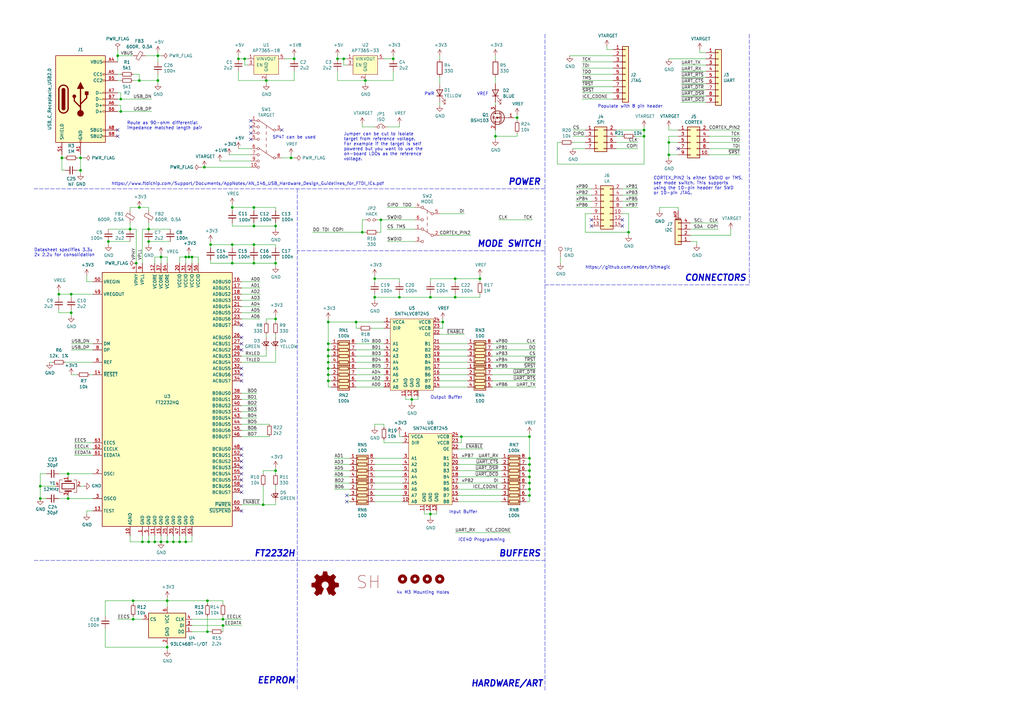
<source format=kicad_sch>
(kicad_sch (version 20231120) (generator "eeschema") (generator_version "8.0")
  (paper "A3")
  (title_block (title "Tigard") (date "2020-10-27") (rev "v1.1") (comment 1 "Copyright 2020 Franklin Harding") (comment 2 "Licensed under CC-BY-SA 4.0"))
  (junction (at 264.16 53.34))
  (junction (at 163.83 121.92))
  (junction (at 217.17 179.07))
  (junction (at 85.09 246.38))
  (junction (at 176.53 121.92))
  (junction (at 113.03 92.71))
  (junction (at 217.17 200.66))
  (junction (at 113.03 130.81))
  (junction (at 95.25 107.95))
  (junction (at 95.25 85.09))
  (junction (at 168.91 163.83))
  (junction (at 63.5 222.25))
  (junction (at 134.62 143.51))
  (junction (at 113.03 107.95))
  (junction (at 148.59 95.25))
  (junction (at 153.67 121.92))
  (junction (at 68.58 246.38))
  (junction (at 113.03 193.04))
  (junction (at 57.15 85.09))
  (junction (at 71.12 222.25))
  (junction (at 54.61 254))
  (junction (at 55.88 107.95))
  (junction (at 134.62 151.13))
  (junction (at 60.96 93.98))
  (junction (at 274.32 63.5))
  (junction (at 134.62 146.05))
  (junction (at 119.38 64.77))
  (junction (at 77.47 105.41))
  (junction (at 217.17 203.2))
  (junction (at 203.2 55.88))
  (junction (at 176.53 210.82))
  (junction (at 104.14 85.09))
  (junction (at 134.62 153.67))
  (junction (at 66.04 222.25))
  (junction (at 97.79 24.13))
  (junction (at 104.14 100.33))
  (junction (at 134.62 156.21))
  (junction (at 64.77 22.86))
  (junction (at 217.17 190.5))
  (junction (at 27.94 204.47))
  (junction (at 196.85 114.3))
  (junction (at 109.22 33.02))
  (junction (at 264.16 55.88))
  (junction (at 76.2 222.25))
  (junction (at 68.58 265.43))
  (junction (at 76.2 105.41))
  (junction (at 181.61 132.08))
  (junction (at 64.77 33.02))
  (junction (at 186.69 121.92))
  (junction (at 100.33 24.13))
  (junction (at 212.09 48.26))
  (junction (at 48.26 22.86))
  (junction (at 29.21 128.27))
  (junction (at 107.95 207.01))
  (junction (at 57.15 33.02))
  (junction (at 29.21 120.65))
  (junction (at 49.53 40.64))
  (junction (at 161.29 24.13))
  (junction (at 16.51 199.39))
  (junction (at 86.36 100.33))
  (junction (at 91.44 254))
  (junction (at 134.62 132.08))
  (junction (at 104.14 92.71))
  (junction (at 134.62 148.59))
  (junction (at 134.62 140.97))
  (junction (at 217.17 195.58))
  (junction (at 156.21 90.17))
  (junction (at 49.53 45.72))
  (junction (at 24.13 120.65))
  (junction (at 85.09 259.08))
  (junction (at 91.44 256.54))
  (junction (at 104.14 107.95))
  (junction (at 16.51 204.47))
  (junction (at 138.43 24.13))
  (junction (at 274.32 58.42))
  (junction (at 66.04 105.41))
  (junction (at 186.69 114.3))
  (junction (at 146.05 132.08))
  (junction (at 54.61 246.38))
  (junction (at 33.02 64.77))
  (junction (at 27.94 194.31))
  (junction (at 257.81 95.25))
  (junction (at 44.45 99.06))
  (junction (at 53.34 93.98))
  (junction (at 217.17 198.12))
  (junction (at 60.96 222.25))
  (junction (at 25.4 64.77))
  (junction (at 149.86 33.02))
  (junction (at 217.17 193.04))
  (junction (at 95.25 100.33))
  (junction (at 73.66 222.25))
  (junction (at 60.96 99.06))
  (junction (at 140.97 24.13))
  (junction (at 78.74 105.41))
  (junction (at 120.65 24.13))
  (junction (at 68.58 222.25))
  (junction (at 189.23 179.07))
  (junction (at 83.82 68.58))
  (junction (at 217.17 187.96))
  (junction (at 58.42 222.25))
  (junction (at 33.02 69.85))
  (junction (at 153.67 114.3))
  (no_connect (at 115.57 53.34))
  (no_connect (at 99.06 194.31))
  (no_connect (at 48.26 53.34))
  (no_connect (at 102.87 54.61))
  (no_connect (at 99.06 143.51))
  (no_connect (at 99.06 184.15))
  (no_connect (at 242.57 92.71))
  (no_connect (at 102.87 49.53))
  (no_connect (at 255.27 92.71))
  (no_connect (at 99.06 196.85))
  (no_connect (at 102.87 57.15))
  (no_connect (at 48.26 55.88))
  (no_connect (at 99.06 151.13))
  (no_connect (at 278.13 60.96))
  (no_connect (at 242.57 90.17))
  (no_connect (at 99.06 138.43))
  (no_connect (at 99.06 199.39))
  (no_connect (at 99.06 201.93))
  (no_connect (at 99.06 209.55))
  (no_connect (at 99.06 156.21))
  (no_connect (at 99.06 153.67))
  (no_connect (at 142.24 203.2))
  (no_connect (at 99.06 191.77))
  (no_connect (at 99.06 133.35))
  (no_connect (at 142.24 205.74))
  (no_connect (at 99.06 189.23))
  (no_connect (at 102.87 52.07))
  (no_connect (at 255.27 90.17))
  (no_connect (at 99.06 186.69))
  (no_connect (at 99.06 140.97))
  (wire (pts (xy 95.25 83.82) (xy 95.25 85.09)))
  (wire (pts (xy 240.03 87.63) (xy 240.03 95.25)))
  (wire (pts (xy 187.96 200.66) (xy 205.74 200.66)))
  (wire (pts (xy 60.96 100.33) (xy 60.96 99.06)))
  (wire (pts (xy 255.27 55.88) (xy 252.73 55.88)))
  (wire (pts (xy 29.21 153.67) (xy 31.75 153.67)))
  (wire (pts (xy 279.4 39.37) (xy 289.56 39.37)))
  (wire (pts (xy 48.26 20.32) (xy 48.26 22.86)))
  (wire (pts (xy 146.05 140.97) (xy 157.48 140.97)))
  (wire (pts (xy 57.15 30.48) (xy 57.15 33.02)))
  (wire (pts (xy 113.03 85.09) (xy 113.03 86.36)))
  (wire (pts (xy 113.03 107.95) (xy 104.14 107.95)))
  (wire (pts (xy 30.48 186.69) (xy 38.1 186.69)))
  (wire (pts (xy 187.96 184.15) (xy 198.12 184.15)))
  (wire (pts (xy 95.25 85.09) (xy 95.25 86.36)))
  (wire (pts (xy 55.88 93.98) (xy 55.88 107.95)))
  (wire (pts (xy 173.99 209.55) (xy 173.99 210.82)))
  (wire (pts (xy 140.97 24.13) (xy 138.43 24.13)))
  (wire (pts (xy 203.2 22.86) (xy 203.2 24.13)))
  (wire (pts (xy 116.84 24.13) (xy 120.65 24.13)))
  (wire (pts (xy 99.06 146.05) (xy 109.22 146.05)))
  (wire (pts (xy 68.58 265.43) (xy 68.58 264.16)))
  (polyline (pts (xy 121.92 77.47) (xy 121.92 283.21)) (stroke (width 0) (type dash)))
  (wire (pts (xy 134.62 130.81) (xy 134.62 132.08)))
  (wire (pts (xy 60.96 93.98) (xy 69.85 93.98)))
  (wire (pts (xy 86.36 99.06) (xy 86.36 100.33)))
  (wire (pts (xy 217.17 193.04) (xy 215.9 193.04)))
  (wire (pts (xy 217.17 187.96) (xy 217.17 179.07)))
  (wire (pts (xy 106.68 115.57) (xy 99.06 115.57)))
  (wire (pts (xy 217.17 200.66) (xy 215.9 200.66)))
  (wire (pts (xy 143.51 205.74) (xy 142.24 205.74)))
  (wire (pts (xy 64.77 21.59) (xy 64.77 22.86)))
  (wire (pts (xy 31.75 64.77) (xy 33.02 64.77)))
  (wire (pts (xy 99.06 179.07) (xy 110.49 179.07)))
  (wire (pts (xy 97.79 33.02) (xy 109.22 33.02)))
  (wire (pts (xy 29.21 121.92) (xy 29.21 120.65)))
  (wire (pts (xy 290.83 53.34) (xy 303.53 53.34)))
  (wire (pts (xy 64.77 22.86) (xy 64.77 25.4)))
  (wire (pts (xy 86.36 107.95) (xy 86.36 106.68)))
  (wire (pts (xy 299.72 93.98) (xy 299.72 96.52)))
  (wire (pts (xy 104.14 91.44) (xy 104.14 92.71)))
  (wire (pts (xy 212.09 48.26) (xy 212.09 49.53)))
  (wire (pts (xy 83.82 68.58) (xy 102.87 68.58)))
  (wire (pts (xy 109.22 130.81) (xy 109.22 132.08)))
  (wire (pts (xy 104.14 85.09) (xy 104.14 86.36)))
  (wire (pts (xy 107.95 193.04) (xy 113.03 193.04)))
  (wire (pts (xy 153.67 198.12) (xy 165.1 198.12)))
  (wire (pts (xy 134.62 153.67) (xy 135.89 153.67)))
  (wire (pts (xy 134.62 156.21) (xy 134.62 153.67)))
  (wire (pts (xy 104.14 100.33) (xy 104.14 101.6)))
  (wire (pts (xy 191.77 156.21) (xy 180.34 156.21)))
  (wire (pts (xy 35.56 113.03) (xy 35.56 115.57)))
  (wire (pts (xy 196.85 115.57) (xy 196.85 114.3)))
  (wire (pts (xy 187.96 179.07) (xy 189.23 179.07)))
  (wire (pts (xy 24.13 128.27) (xy 29.21 128.27)))
  (wire (pts (xy 176.53 121.92) (xy 176.53 120.65)))
  (wire (pts (xy 57.15 85.09) (xy 60.96 85.09)))
  (wire (pts (xy 26.67 64.77) (xy 25.4 64.77)))
  (wire (pts (xy 163.83 114.3) (xy 163.83 115.57)))
  (wire (pts (xy 270.51 86.36) (xy 270.51 85.09)))
  (wire (pts (xy 255.27 80.01) (xy 261.62 80.01)))
  (wire (pts (xy 137.16 193.04) (xy 143.51 193.04)))
  (wire (pts (xy 85.09 246.38) (xy 91.44 246.38)))
  (wire (pts (xy 49.53 40.64) (xy 62.23 40.64)))
  (wire (pts (xy 203.2 41.91) (xy 203.2 43.18)))
  (wire (pts (xy 163.83 121.92) (xy 163.83 120.65)))
  (wire (pts (xy 68.58 222.25) (xy 66.04 222.25)))
  (wire (pts (xy 204.47 90.17) (xy 218.44 90.17)))
  (wire (pts (xy 157.48 24.13) (xy 161.29 24.13)))
  (wire (pts (xy 57.15 85.09) (xy 53.34 85.09)))
  (wire (pts (xy 20.32 148.59) (xy 21.59 148.59)))
  (polyline (pts (xy 307.34 116.84) (xy 223.52 116.84)) (stroke (width 0) (type dash)))
  (wire (pts (xy 187.96 198.12) (xy 205.74 198.12)))
  (wire (pts (xy 95.25 107.95) (xy 95.25 106.68)))
  (wire (pts (xy 186.69 114.3) (xy 196.85 114.3)))
  (wire (pts (xy 146.05 132.08) (xy 146.05 134.62)))
  (wire (pts (xy 138.43 22.86) (xy 138.43 24.13)))
  (wire (pts (xy 73.66 105.41) (xy 73.66 107.95)))
  (wire (pts (xy 38.1 184.15) (xy 30.48 184.15)))
  (wire (pts (xy 113.03 129.54) (xy 113.03 130.81)))
  (wire (pts (xy 148.59 90.17) (xy 148.59 95.25)))
  (wire (pts (xy 166.37 162.56) (xy 166.37 163.83)))
  (wire (pts (xy 97.79 29.21) (xy 97.79 33.02)))
  (wire (pts (xy 34.29 199.39) (xy 33.02 199.39)))
  (wire (pts (xy 76.2 222.25) (xy 73.66 222.25)))
  (wire (pts (xy 24.13 120.65) (xy 24.13 119.38)))
  (wire (pts (xy 43.18 252.73) (xy 43.18 246.38)))
  (wire (pts (xy 290.83 63.5) (xy 303.53 63.5)))
  (wire (pts (xy 196.85 113.03) (xy 196.85 114.3)))
  (wire (pts (xy 217.17 195.58) (xy 217.17 198.12)))
  (wire (pts (xy 157.48 175.26) (xy 157.48 173.99)))
  (wire (pts (xy 196.85 121.92) (xy 196.85 120.65)))
  (wire (pts (xy 49.53 43.18) (xy 49.53 45.72)))
  (wire (pts (xy 54.61 246.38) (xy 54.61 247.65)))
  (wire (pts (xy 146.05 148.59) (xy 157.48 148.59)))
  (wire (pts (xy 66.04 222.25) (xy 66.04 219.71)))
  (wire (pts (xy 186.69 115.57) (xy 186.69 114.3)))
  (wire (pts (xy 35.56 115.57) (xy 38.1 115.57)))
  (wire (pts (xy 191.77 151.13) (xy 180.34 151.13)))
  (wire (pts (xy 49.53 38.1) (xy 49.53 40.64)))
  (wire (pts (xy 153.67 114.3) (xy 153.67 115.57)))
  (wire (pts (xy 25.4 64.77) (xy 25.4 69.85)))
  (wire (pts (xy 180.34 158.75) (xy 191.77 158.75)))
  (wire (pts (xy 16.51 204.47) (xy 19.05 204.47)))
  (wire (pts (xy 78.74 259.08) (xy 85.09 259.08)))
  (wire (pts (xy 161.29 29.21) (xy 161.29 33.02)))
  (wire (pts (xy 22.86 199.39) (xy 16.51 199.39)))
  (wire (pts (xy 187.96 195.58) (xy 205.74 195.58)))
  (wire (pts (xy 134.62 146.05) (xy 135.89 146.05)))
  (wire (pts (xy 260.35 55.88) (xy 264.16 55.88)))
  (wire (pts (xy 134.62 132.08) (xy 146.05 132.08)))
  (wire (pts (xy 99.06 148.59) (xy 113.03 148.59)))
  (wire (pts (xy 107.95 194.31) (xy 107.95 193.04)))
  (wire (pts (xy 287.02 21.59) (xy 289.56 21.59)))
  (wire (pts (xy 54.61 30.48) (xy 57.15 30.48)))
  (wire (pts (xy 228.6 67.31) (xy 264.16 67.31)))
  (wire (pts (xy 153.67 113.03) (xy 153.67 114.3)))
  (wire (pts (xy 113.03 193.04) (xy 113.03 194.31)))
  (wire (pts (xy 149.86 90.17) (xy 148.59 90.17)))
  (wire (pts (xy 189.23 179.07) (xy 217.17 179.07)))
  (wire (pts (xy 76.2 105.41) (xy 77.47 105.41)))
  (wire (pts (xy 212.09 46.99) (xy 212.09 48.26)))
  (wire (pts (xy 274.32 24.13) (xy 289.56 24.13)))
  (wire (pts (xy 95.25 107.95) (xy 86.36 107.95)))
  (wire (pts (xy 62.23 45.72) (xy 49.53 45.72)))
  (wire (pts (xy 134.62 151.13) (xy 135.89 151.13)))
  (wire (pts (xy 78.74 107.95) (xy 78.74 105.41)))
  (wire (pts (xy 156.21 90.17) (xy 170.18 90.17)))
  (wire (pts (xy 73.66 222.25) (xy 71.12 222.25)))
  (wire (pts (xy 279.4 36.83) (xy 289.56 36.83)))
  (wire (pts (xy 104.14 92.71) (xy 113.03 92.71)))
  (wire (pts (xy 16.51 194.31) (xy 16.51 199.39)))
  (wire (pts (xy 81.28 105.41) (xy 81.28 107.95)))
  (wire (pts (xy 29.21 120.65) (xy 38.1 120.65)))
  (wire (pts (xy 115.57 64.77) (xy 119.38 64.77)))
  (wire (pts (xy 77.47 105.41) (xy 78.74 105.41)))
  (wire (pts (xy 53.34 85.09) (xy 53.34 86.36)))
  (wire (pts (xy 180.34 22.86) (xy 180.34 24.13)))
  (wire (pts (xy 60.96 93.98) (xy 60.96 91.44)))
  (wire (pts (xy 157.48 156.21) (xy 146.05 156.21)))
  (wire (pts (xy 217.17 190.5) (xy 215.9 190.5)))
  (wire (pts (xy 238.76 33.02) (xy 251.46 33.02)))
  (wire (pts (xy 109.22 34.29) (xy 109.22 33.02)))
  (wire (pts (xy 278.13 58.42) (xy 274.32 58.42)))
  (wire (pts (xy 25.4 63.5) (xy 25.4 64.77)))
  (wire (pts (xy 176.53 209.55) (xy 176.53 210.82)))
  (wire (pts (xy 289.56 34.29) (xy 279.4 34.29)))
  (wire (pts (xy 285.75 99.06) (xy 285.75 100.33)))
  (wire (pts (xy 25.4 69.85) (xy 26.67 69.85)))
  (wire (pts (xy 104.14 85.09) (xy 113.03 85.09)))
  (wire (pts (xy 100.33 26.67) (xy 100.33 24.13)))
  (wire (pts (xy 148.59 52.07) (xy 153.67 52.07)))
  (wire (pts (xy 43.18 246.38) (xy 54.61 246.38)))
  (wire (pts (xy 147.32 134.62) (xy 146.05 134.62)))
  (wire (pts (xy 165.1 203.2) (xy 153.67 203.2)))
  (wire (pts (xy 279.4 29.21) (xy 289.56 29.21)))
  (wire (pts (xy 97.79 22.86) (xy 97.79 24.13)))
  (wire (pts (xy 27.94 203.2) (xy 27.94 204.47)))
  (wire (pts (xy 99.06 168.91) (xy 105.41 168.91)))
  (wire (pts (xy 104.14 100.33) (xy 113.03 100.33)))
  (wire (pts (xy 68.58 246.38) (xy 68.58 245.11)))
  (wire (pts (xy 60.96 99.06) (xy 69.85 99.06)))
  (wire (pts (xy 134.62 156.21) (xy 135.89 156.21)))
  (wire (pts (xy 137.16 190.5) (xy 143.51 190.5)))
  (wire (pts (xy 85.09 246.38) (xy 85.09 247.65)))
  (wire (pts (xy 229.87 58.42) (xy 228.6 58.42)))
  (wire (pts (xy 68.58 246.38) (xy 54.61 246.38)))
  (wire (pts (xy 27.94 194.31) (xy 38.1 194.31)))
  (wire (pts (xy 283.21 91.44) (xy 294.64 91.44)))
  (wire (pts (xy 44.45 93.98) (xy 53.34 93.98)))
  (wire (pts (xy 274.32 53.34) (xy 278.13 53.34)))
  (wire (pts (xy 217.17 177.8) (xy 217.17 179.07)))
  (wire (pts (xy 187.96 181.61) (xy 189.23 181.61)))
  (wire (pts (xy 105.41 161.29) (xy 99.06 161.29)))
  (wire (pts (xy 142.24 26.67) (xy 140.97 26.67)))
  (polyline (pts (xy 13.97 229.87) (xy 223.52 229.87)) (stroke (width 0) (type dash)))
  (wire (pts (xy 279.4 31.75) (xy 289.56 31.75)))
  (wire (pts (xy 60.96 219.71) (xy 60.96 222.25)))
  (wire (pts (xy 53.34 222.25) (xy 58.42 222.25)))
  (wire (pts (xy 135.89 158.75) (xy 134.62 158.75)))
  (wire (pts (xy 148.59 50.8) (xy 148.59 52.07)))
  (wire (pts (xy 217.17 195.58) (xy 215.9 195.58)))
  (wire (pts (xy 26.67 148.59) (xy 38.1 148.59)))
  (wire (pts (xy 261.62 77.47) (xy 255.27 77.47)))
  (wire (pts (xy 71.12 222.25) (xy 68.58 222.25)))
  (wire (pts (xy 30.48 181.61) (xy 38.1 181.61)))
  (wire (pts (xy 134.62 143.51) (xy 134.62 140.97)))
  (wire (pts (xy 91.44 256.54) (xy 99.06 256.54)))
  (wire (pts (xy 217.17 205.74) (xy 215.9 205.74)))
  (wire (pts (xy 63.5 105.41) (xy 66.04 105.41)))
  (wire (pts (xy 57.15 33.02) (xy 64.77 33.02)))
  (wire (pts (xy 76.2 105.41) (xy 73.66 105.41)))
  (wire (pts (xy 203.2 55.88) (xy 212.09 55.88)))
  (wire (pts (xy 270.51 85.09) (xy 278.13 85.09)))
  (wire (pts (xy 166.37 163.83) (xy 168.91 163.83)))
  (wire (pts (xy 156.21 90.17) (xy 156.21 95.25)))
  (wire (pts (xy 68.58 219.71) (xy 68.58 222.25)))
  (wire (pts (xy 71.12 219.71) (xy 71.12 222.25)))
  (wire (pts (xy 152.4 134.62) (xy 157.48 134.62)))
  (wire (pts (xy 66.04 105.41) (xy 68.58 105.41)))
  (wire (pts (xy 33.02 63.5) (xy 33.02 64.77)))
  (wire (pts (xy 60.96 85.09) (xy 60.96 86.36)))
  (wire (pts (xy 217.17 203.2) (xy 215.9 203.2)))
  (wire (pts (xy 252.73 53.34) (xy 264.16 53.34)))
  (wire (pts (xy 163.83 52.07) (xy 163.83 50.8)))
  (wire (pts (xy 54.61 252.73) (xy 54.61 254)))
  (wire (pts (xy 238.76 35.56) (xy 251.46 35.56)))
  (wire (pts (xy 48.26 43.18) (xy 49.53 43.18)))
  (wire (pts (xy 24.13 120.65) (xy 29.21 120.65)))
  (wire (pts (xy 180.34 134.62) (xy 181.61 134.62)))
  (wire (pts (xy 99.06 125.73) (xy 106.68 125.73)))
  (wire (pts (xy 53.34 93.98) (xy 55.88 93.98)))
  (wire (pts (xy 48.26 38.1) (xy 49.53 38.1)))
  (polyline (pts (xy 223.52 102.87) (xy 121.92 102.87)) (stroke (width 0) (type dash)))
  (wire (pts (xy 187.96 205.74) (xy 205.74 205.74)))
  (wire (pts (xy 299.72 96.52) (xy 283.21 96.52)))
  (wire (pts (xy 278.13 85.09) (xy 278.13 86.36)))
  (wire (pts (xy 91.44 254) (xy 99.06 254)))
  (wire (pts (xy 187.96 190.5) (xy 205.74 190.5)))
  (wire (pts (xy 113.03 107.95) (xy 113.03 106.68)))
  (polyline (pts (xy 307.34 13.97) (xy 307.34 116.84)) (stroke (width 0) (type dash)))
  (wire (pts (xy 165.1 195.58) (xy 153.67 195.58)))
  (wire (pts (xy 53.34 91.44) (xy 53.34 93.98)))
  (wire (pts (xy 134.62 146.05) (xy 134.62 143.51)))
  (wire (pts (xy 158.75 52.07) (xy 163.83 52.07)))
  (wire (pts (xy 134.62 153.67) (xy 134.62 151.13)))
  (wire (pts (xy 158.75 99.06) (xy 170.18 99.06)))
  (wire (pts (xy 120.65 22.86) (xy 120.65 24.13)))
  (wire (pts (xy 38.1 143.51) (xy 29.21 143.51)))
  (wire (pts (xy 134.62 148.59) (xy 134.62 146.05)))
  (wire (pts (xy 217.17 200.66) (xy 217.17 203.2)))
  (wire (pts (xy 236.22 85.09) (xy 242.57 85.09)))
  (wire (pts (xy 238.76 40.64) (xy 251.46 40.64)))
  (wire (pts (xy 217.17 193.04) (xy 217.17 195.58)))
  (wire (pts (xy 153.67 173.99) (xy 153.67 175.26)))
  (wire (pts (xy 274.32 58.42) (xy 274.32 63.5)))
  (wire (pts (xy 95.25 85.09) (xy 104.14 85.09)))
  (wire (pts (xy 104.14 107.95) (xy 104.14 106.68)))
  (wire (pts (xy 242.57 82.55) (xy 236.22 82.55)))
  (wire (pts (xy 153.67 121.92) (xy 163.83 121.92)))
  (wire (pts (xy 179.07 209.55) (xy 179.07 210.82)))
  (wire (pts (xy 100.33 24.13) (xy 97.79 24.13)))
  (wire (pts (xy 242.57 77.47) (xy 236.22 77.47)))
  (wire (pts (xy 113.03 100.33) (xy 113.03 101.6)))
  (wire (pts (xy 109.22 137.16) (xy 109.22 138.43)))
  (wire (pts (xy 120.65 64.77) (xy 119.38 64.77)))
  (wire (pts (xy 191.77 146.05) (xy 180.34 146.05)))
  (wire (pts (xy 137.16 195.58) (xy 143.51 195.58)))
  (wire (pts (xy 287.02 20.32) (xy 287.02 21.59)))
  (wire (pts (xy 234.95 60.96) (xy 240.03 60.96)))
  (wire (pts (xy 48.26 33.02) (xy 49.53 33.02)))
  (wire (pts (xy 180.34 43.18) (xy 180.34 41.91)))
  (wire (pts (xy 242.57 87.63) (xy 240.03 87.63)))
  (wire (pts (xy 158.75 93.98) (xy 170.18 93.98)))
  (wire (pts (xy 171.45 162.56) (xy 171.45 163.83)))
  (wire (pts (xy 99.06 163.83) (xy 105.41 163.83)))
  (wire (pts (xy 54.61 254) (xy 58.42 254)))
  (wire (pts (xy 201.93 146.05) (xy 219.71 146.05)))
  (wire (pts (xy 233.68 22.86) (xy 251.46 22.86)))
  (wire (pts (xy 105.41 171.45) (xy 99.06 171.45)))
  (wire (pts (xy 153.67 200.66) (xy 165.1 200.66)))
  (wire (pts (xy 95.25 92.71) (xy 104.14 92.71)))
  (wire (pts (xy 106.68 118.11) (xy 99.06 118.11)))
  (wire (pts (xy 78.74 219.71) (xy 78.74 222.25)))
  (wire (pts (xy 261.62 85.09) (xy 255.27 85.09)))
  (wire (pts (xy 24.13 204.47) (xy 27.94 204.47)))
  (wire (pts (xy 181.61 134.62) (xy 181.61 132.08)))
  (wire (pts (xy 68.58 266.7) (xy 68.58 265.43)))
  (wire (pts (xy 128.27 95.25) (xy 148.59 95.25)))
  (wire (pts (xy 27.94 204.47) (xy 38.1 204.47)))
  (wire (pts (xy 274.32 63.5) (xy 278.13 63.5)))
  (wire (pts (xy 16.51 199.39) (xy 16.51 204.47)))
  (wire (pts (xy 48.26 45.72) (xy 49.53 45.72)))
  (polyline (pts (xy 223.52 13.97) (xy 223.52 283.21)) (stroke (width 0) (type dash)))
  (wire (pts (xy 203.2 31.75) (xy 203.2 34.29)))
  (wire (pts (xy 44.45 99.06) (xy 53.34 99.06)))
  (wire (pts (xy 255.27 87.63) (xy 257.81 87.63)))
  (wire (pts (xy 68.58 246.38) (xy 85.09 246.38)))
  (wire (pts (xy 274.32 52.07) (xy 274.32 53.34)))
  (wire (pts (xy 100.33 24.13) (xy 101.6 24.13)))
  (wire (pts (xy 113.03 92.71) (xy 113.03 91.44)))
  (wire (pts (xy 248.92 19.05) (xy 248.92 20.32)))
  (wire (pts (xy 180.34 96.52) (xy 193.04 96.52)))
  (wire (pts (xy 187.96 203.2) (xy 205.74 203.2)))
  (wire (pts (xy 163.83 121.92) (xy 176.53 121.92)))
  (wire (pts (xy 186.69 121.92) (xy 196.85 121.92)))
  (wire (pts (xy 219.71 156.21) (xy 201.93 156.21)))
  (wire (pts (xy 101.6 26.67) (xy 100.33 26.67)))
  (wire (pts (xy 24.13 121.92) (xy 24.13 120.65)))
  (wire (pts (xy 135.89 140.97) (xy 134.62 140.97)))
  (wire (pts (xy 78.74 256.54) (xy 91.44 256.54)))
  (wire (pts (xy 82.55 68.58) (xy 83.82 68.58)))
  (wire (pts (xy 35.56 209.55) (xy 38.1 209.55)))
  (wire (pts (xy 158.75 85.09) (xy 170.18 85.09)))
  (wire (pts (xy 24.13 127) (xy 24.13 128.27)))
  (wire (pts (xy 91.44 259.08) (xy 91.44 256.54)))
  (wire (pts (xy 138.43 33.02) (xy 149.86 33.02)))
  (wire (pts (xy 35.56 210.82) (xy 35.56 209.55)))
  (wire (pts (xy 157.48 151.13) (xy 146.05 151.13)))
  (wire (pts (xy 64.77 34.29) (xy 64.77 33.02)))
  (wire (pts (xy 107.95 199.39) (xy 107.95 207.01)))
  (wire (pts (xy 43.18 257.81) (xy 43.18 265.43)))
  (wire (pts (xy 153.67 193.04) (xy 165.1 193.04)))
  (wire (pts (xy 76.2 107.95) (xy 76.2 105.41)))
  (wire (pts (xy 252.73 58.42) (xy 261.62 58.42)))
  (wire (pts (xy 289.56 26.67) (xy 279.4 26.67)))
  (wire (pts (xy 201.93 151.13) (xy 219.71 151.13)))
  (wire (pts (xy 210.82 48.26) (xy 212.09 48.26)))
  (wire (pts (xy 146.05 146.05) (xy 157.48 146.05)))
  (wire (pts (xy 238.76 38.1) (xy 251.46 38.1)))
  (wire (pts (xy 163.83 177.8) (xy 163.83 179.07)))
  (wire (pts (xy 217.17 187.96) (xy 217.17 190.5)))
  (wire (pts (xy 86.36 259.08) (xy 85.09 259.08)))
  (wire (pts (xy 60.96 222.25) (xy 63.5 222.25)))
  (wire (pts (xy 201.93 140.97) (xy 219.71 140.97)))
  (wire (pts (xy 78.74 222.25) (xy 76.2 222.25)))
  (wire (pts (xy 201.93 153.67) (xy 219.71 153.67)))
  (wire (pts (xy 66.04 107.95) (xy 66.04 105.41)))
  (wire (pts (xy 180.34 132.08) (xy 181.61 132.08)))
  (wire (pts (xy 90.17 66.04) (xy 102.87 66.04)))
  (wire (pts (xy 107.95 207.01) (xy 113.03 207.01)))
  (wire (pts (xy 113.03 143.51) (xy 113.03 148.59)))
  (wire (pts (xy 157.48 158.75) (xy 146.05 158.75)))
  (wire (pts (xy 120.65 29.21) (xy 120.65 33.02)))
  (wire (pts (xy 229.87 105.41) (xy 229.87 107.95)))
  (wire (pts (xy 78.74 254) (xy 91.44 254)))
  (wire (pts (xy 264.16 67.31) (xy 264.16 55.88)))
  (wire (pts (xy 240.03 95.25) (xy 257.81 95.25)))
  (wire (pts (xy 105.41 166.37) (xy 99.06 166.37)))
  (wire (pts (xy 180.34 137.16) (xy 190.5 137.16)))
  (wire (pts (xy 161.29 33.02) (xy 149.86 33.02)))
  (wire (pts (xy 19.05 194.31) (xy 16.51 194.31)))
  (wire (pts (xy 29.21 129.54) (xy 29.21 128.27)))
  (wire (pts (xy 109.22 143.51) (xy 109.22 146.05)))
  (wire (pts (xy 73.66 219.71) (xy 73.66 222.25)))
  (wire (pts (xy 168.91 165.1) (xy 168.91 163.83)))
  (wire (pts (xy 201.93 148.59) (xy 219.71 148.59)))
  (wire (pts (xy 234.95 55.88) (xy 240.03 55.88)))
  (wire (pts (xy 33.02 64.77) (xy 33.02 69.85)))
  (wire (pts (xy 99.06 120.65) (xy 106.68 120.65)))
  (wire (pts (xy 189.23 181.61) (xy 189.23 179.07)))
  (wire (pts (xy 104.14 107.95) (xy 95.25 107.95)))
  (wire (pts (xy 68.58 105.41) (xy 68.58 107.95)))
  (wire (pts (xy 137.16 200.66) (xy 143.51 200.66)))
  (wire (pts (xy 290.83 60.96) (xy 303.53 60.96)))
  (wire (pts (xy 91.44 246.38) (xy 91.44 247.65)))
  (wire (pts (xy 154.94 90.17) (xy 156.21 90.17)))
  (wire (pts (xy 180.34 87.63) (xy 190.5 87.63)))
  (wire (pts (xy 33.02 64.77) (xy 34.29 64.77)))
  (wire (pts (xy 99.06 207.01) (xy 107.95 207.01)))
  (wire (pts (xy 238.76 30.48) (xy 251.46 30.48)))
  (wire (pts (xy 180.34 34.29) (xy 180.34 31.75)))
  (wire (pts (xy 113.03 109.22) (xy 113.03 107.95)))
  (wire (pts (xy 48.26 254) (xy 54.61 254)))
  (wire (pts (xy 217.17 198.12) (xy 217.17 200.66)))
  (wire (pts (xy 86.36 100.33) (xy 86.36 101.6)))
  (wire (pts (xy 134.62 143.51) (xy 135.89 143.51)))
  (wire (pts (xy 29.21 128.27) (xy 29.21 127)))
  (wire (pts (xy 113.03 130.81) (xy 109.22 130.81)))
  (wire (pts (xy 180.34 153.67) (xy 191.77 153.67)))
  (wire (pts (xy 97.79 60.96) (xy 102.87 60.96)))
  (wire (pts (xy 59.69 22.86) (xy 64.77 22.86)))
  (wire (pts (xy 33.02 71.12) (xy 33.02 69.85)))
  (wire (pts (xy 290.83 58.42) (xy 303.53 58.42)))
  (wire (pts (xy 153.67 187.96) (xy 165.1 187.96)))
  (wire (pts (xy 252.73 60.96) (xy 261.62 60.96)))
  (wire (pts (xy 148.59 95.25) (xy 149.86 95.25)))
  (wire (pts (xy 283.21 99.06) (xy 285.75 99.06)))
  (wire (pts (xy 140.97 26.67) (xy 140.97 24.13)))
  (wire (pts (xy 153.67 123.19) (xy 153.67 121.92)))
  (wire (pts (xy 31.75 69.85) (xy 33.02 69.85)))
  (wire (pts (xy 264.16 55.88) (xy 264.16 53.34)))
  (wire (pts (xy 181.61 130.81) (xy 181.61 132.08)))
  (wire (pts (xy 93.98 63.5) (xy 102.87 63.5)))
  (wire (pts (xy 171.45 163.83) (xy 168.91 163.83)))
  (wire (pts (xy 27.94 195.58) (xy 27.94 194.31)))
  (wire (pts (xy 91.44 254) (xy 91.44 252.73)))
  (wire (pts (xy 257.81 87.63) (xy 257.81 95.25)))
  (wire (pts (xy 113.03 92.71) (xy 113.03 93.98)))
  (wire (pts (xy 95.25 100.33) (xy 104.14 100.33)))
  (wire (pts (xy 179.07 210.82) (xy 176.53 210.82)))
  (wire (pts (xy 176.53 115.57) (xy 176.53 114.3)))
  (wire (pts (xy 238.76 27.94) (xy 251.46 27.94)))
  (wire (pts (xy 191.77 140.97) (xy 180.34 140.97)))
  (wire (pts (xy 53.34 219.71) (xy 53.34 222.25)))
  (wire (pts (xy 153.67 205.74) (xy 165.1 205.74)))
  (wire (pts (xy 58.42 107.95) (xy 58.42 93.98)))
  (wire (pts (xy 49.53 40.64) (xy 48.26 40.64)))
  (wire (pts (xy 217.17 198.12) (xy 215.9 198.12)))
  (wire (pts (xy 95.25 100.33) (xy 95.25 101.6)))
  (wire (pts (xy 274.32 55.88) (xy 278.13 55.88)))
  (wire (pts (xy 113.03 130.81) (xy 113.03 132.08)))
  (wire (pts (xy 153.67 120.65) (xy 153.67 121.92)))
  (wire (pts (xy 119.38 64.77) (xy 119.38 63.5)))
  (wire (pts (xy 201.93 158.75) (xy 219.71 158.75)))
  (wire (pts (xy 146.05 143.51) (xy 157.48 143.51)))
  (wire (pts (xy 165.1 181.61) (xy 157.48 181.61)))
  (wire (pts (xy 149.86 34.29) (xy 149.86 33.02)))
  (wire (pts (xy 85.09 259.08) (xy 85.09 252.73)))
  (wire (pts (xy 43.18 265.43) (xy 68.58 265.43)))
  (wire (pts (xy 99.06 130.81) (xy 106.68 130.81)))
  (wire (pts (xy 215.9 187.96) (xy 217.17 187.96)))
  (wire (pts (xy 58.42 93.98) (xy 60.96 93.98)))
  (wire (pts (xy 137.16 198.12) (xy 143.51 198.12)))
  (wire (pts (xy 63.5 105.41) (xy 63.5 107.95)))
  (wire (pts (xy 290.83 55.88) (xy 303.53 55.88)))
  (wire (pts (xy 106.68 128.27) (xy 99.06 128.27)))
  (wire (pts (xy 120.65 33.02) (xy 109.22 33.02)))
  (wire (pts (xy 76.2 219.71) (xy 76.2 222.25)))
  (wire (pts (xy 176.53 114.3) (xy 186.69 114.3)))
  (wire (pts (xy 274.32 63.5) (xy 274.32 64.77)))
  (wire (pts (xy 68.58 246.38) (xy 68.58 248.92)))
  (wire (pts (xy 203.2 53.34) (xy 203.2 55.88)))
  (wire (pts (xy 261.62 82.55) (xy 255.27 82.55)))
  (wire (pts (xy 234.95 53.34) (xy 240.03 53.34)))
  (wire (pts (xy 238.76 25.4) (xy 251.46 25.4)))
  (wire (pts (xy 180.34 143.51) (xy 191.77 143.51)))
  (wire (pts (xy 140.97 24.13) (xy 142.24 24.13)))
  (wire (pts (xy 180.34 148.59) (xy 191.77 148.59)))
  (wire (pts (xy 58.42 222.25) (xy 60.96 222.25)))
  (wire (pts (xy 138.43 29.21) (xy 138.43 33.02)))
  (wire (pts (xy 54.61 33.02) (xy 57.15 33.02)))
  (polyline (pts (xy 223.52 77.47) (xy 13.97 77.47)) (stroke (width 0) (type dash)))
  (wire (pts (xy 187.96 193.04) (xy 205.74 193.04)))
  (wire (pts (xy 289.56 41.91) (xy 279.4 41.91)))
  (wire (pts (xy 168.91 162.56) (xy 168.91 163.83)))
  (wire (pts (xy 95.25 91.44) (xy 95.25 92.71)))
  (wire (pts (xy 187.96 187.96) (xy 205.74 187.96)))
  (wire (pts (xy 234.95 58.42) (xy 240.03 58.42)))
  (wire (pts (xy 78.74 105.41) (xy 81.28 105.41)))
  (wire (pts (xy 36.83 153.67) (xy 38.1 153.67)))
  (wire (pts (xy 113.03 199.39) (xy 113.03 200.66)))
  (wire (pts (xy 201.93 143.51) (xy 219.71 143.51)))
  (wire (pts (xy 134.62 148.59) (xy 135.89 148.59)))
  (wire (pts (xy 48.26 22.86) (xy 48.26 25.4)))
  (wire (pts (xy 77.47 105.41) (xy 77.47 104.14)))
  (wire (pts (xy 142.24 203.2) (xy 143.51 203.2)))
  (wire (pts (xy 113.03 205.74) (xy 113.03 207.01)))
  (wire (pts (xy 257.81 95.25) (xy 257.81 96.52)))
  (wire (pts (xy 29.21 140.97) (xy 38.1 140.97)))
  (wire (pts (xy 161.29 22.86) (xy 161.29 24.13)))
  (wire (pts (xy 163.83 179.07) (xy 165.1 179.07)))
  (wire (pts (xy 58.42 219.71) (xy 58.42 222.25)))
  (wire (pts (xy 217.17 203.2) (xy 217.17 205.74)))
  (wire (pts (xy 212.09 55.88) (xy 212.09 54.61)))
  (wire (pts (xy 66.04 104.14) (xy 66.04 105.41)))
  (wire (pts (xy 186.69 121.92) (xy 186.69 120.65)))
  (wire (pts (xy 63.5 219.71) (xy 63.5 222.25)))
  (wire (pts (xy 137.16 187.96) (xy 143.51 187.96)))
  (wire (pts (xy 113.03 137.16) (xy 113.03 138.43)))
  (wire (pts (xy 153.67 114.3) (xy 163.83 114.3)))
  (wire (pts (xy 217.17 190.5) (xy 217.17 193.04)))
  (wire (pts (xy 157.48 181.61) (xy 157.48 180.34)))
  (wire (pts (xy 157.48 153.67) (xy 146.05 153.67)))
  (wire (pts (xy 176.53 210.82) (xy 176.53 212.09)))
  (wire (pts (xy 157.48 173.99) (xy 153.67 173.99)))
  (wire (pts (xy 176.53 121.92) (xy 186.69 121.92)))
  (wire (pts (xy 165.1 190.5) (xy 153.67 190.5)))
  (wire (pts (xy 86.36 100.33) (xy 95.25 100.33)))
  (wire (pts (xy 236.22 80.01) (xy 242.57 80.01)))
  (wire (pts (xy 64.77 30.48) (xy 64.77 33.02)))
  (wire (pts (xy 113.03 191.77) (xy 113.03 193.04)))
  (wire (pts (xy 203.2 55.88) (xy 203.2 57.15)))
  (wire (pts (xy 283.21 93.98) (xy 294.64 93.98)))
  (wire (pts (xy 99.06 176.53) (xy 105.41 176.53)))
  (wire (pts (xy 134.62 151.13) (xy 134.62 148.59)))
  (wire (pts (xy 99.06 173.99) (xy 110.49 173.99)))
  (wire (pts (xy 248.92 20.32) (xy 251.46 20.32)))
  (wire (pts (xy 264.16 52.07) (xy 264.16 53.34)))
  (wire (pts (xy 44.45 100.33) (xy 44.45 99.06)))
  (wire (pts (xy 24.13 194.31) (xy 27.94 194.31)))
  (wire (pts (xy 186.69 218.44) (xy 209.55 218.44)))
  (wire (pts (xy 49.53 30.48) (xy 48.26 30.48)))
  (wire (pts (xy 106.68 123.19) (xy 99.06 123.19)))
  (wire (pts (xy 173.99 210.82) (xy 176.53 210.82)))
  (wire (pts (xy 156.21 95.25) (xy 154.94 95.25)))
  (wire (pts (xy 134.62 158.75) (xy 134.62 156.21)))
  (wire (pts (xy 134.62 140.97) (xy 134.62 132.08)))
  (wire (pts (xy 66.04 22.86) (xy 64.77 22.86)))
  (wire (pts (xy 228.6 58.42) (xy 228.6 67.31)))
  (wire (pts (xy 274.32 58.42) (xy 274.32 55.88)))
  (wire (pts (xy 54.61 22.86) (xy 48.26 22.86)))
  (wire (pts (xy 63.5 222.25) (xy 66.04 222.25)))
  (wire (pts (xy 146.05 132.08) (xy 157.48 132.08)))
  (text "SP4T can be used" (at 111.76 57.15 0) (effects (font (size 1.27 1.27)) (justify left bottom)))
  (text "Populate with 8 pin header" (at 245.11 44.45 0) (effects (font (size 1.27 1.27)) (justify left bottom)))
  (text "VREF" (at 195.58 39.37 0) (effects (font (size 1.27 1.27)) (justify left bottom)))
  (text "FT2232H" (at 104.14 228.6 0) (effects (font (size 2.54 2.54) (thickness 0.508) (bold yes) (italic yes)) (justify left bottom)))
  (text "BUFFERS" (at 204.47 228.6 0) (effects (font (size 2.54 2.54) (thickness 0.508) (bold yes) (italic yes)) (justify left bottom)))
  (text "CORTEX_PIN2 is either SWDIO or TMS,\nsee mode switch. This supports\nusing the 10-pin header for SWD\nor 10-pin JTAG." (at 267.97 80.01 0) (effects (font (size 1.27 1.27)) (justify left bottom)))
  (text "Route as 90-ohm differential\nimpedance matched length pair" (at 52.07 53.34 0) (effects (font (size 1.27 1.27)) (justify left bottom)))
  (text "iCE40 Programming" (at 187.96 222.25 0) (effects (font (size 1.27 1.27)) (justify left bottom)))
  (text "Datasheet specifies 3.3u\n2x 2.2u for consolidation" (at 13.97 105.41 0) (effects (font (size 1.27 1.27)) (justify left bottom)))
  (text "https://github.com/esden/bitmagic" (at 240.03 110.49 0) (effects (font (size 1.27 1.27)) (justify left bottom)))
  (text "POWER" (at 208.28 76.2 0) (effects (font (size 2.54 2.54) (thickness 0.508) (bold yes) (italic yes)) (justify left bottom)))
  (text "MODE SWITCH" (at 195.58 101.6 0) (effects (font (size 2.54 2.54) (thickness 0.508) (bold yes) (italic yes)) (justify left bottom)))
  (text "EEPROM" (at 105.41 280.67 0) (effects (font (size 2.54 2.54) (thickness 0.508) (bold yes) (italic yes)) (justify left bottom)))
  (text "PWR" (at 173.99 39.37 0) (effects (font (size 1.27 1.27)) (justify left bottom)))
  (text "HARDWARE/ART" (at 193.04 281.94 0) (effects (font (size 2.54 2.54) (thickness 0.508) (bold yes) (italic yes)) (justify left bottom)))
  (text "Output Buffer" (at 176.53 163.83 0) (effects (font (size 1.27 1.27)) (justify left bottom)))
  (text "Jumper can be cut to isolate\ntarget from reference voltage.\nFor example if the target is self\npowered but you want to use the\non-board LDOs as the reference\nvoltage." (at 140.97 66.04 0) (effects (font (size 1.27 1.27)) (justify left bottom)))
  (text "CONNECTORS" (at 280.67 115.57 0) (effects (font (size 2.54 2.54) (thickness 0.508) (bold yes) (italic yes)) (justify left bottom)))
  (text "4x M3 Mounting Holes" (at 162.56 243.84 0) (effects (font (size 1.27 1.27)) (justify left bottom)))
  (text "https://www.ftdichip.com/Support/Documents/AppNotes/AN_146_USB_Hardware_Design_Guidelines_for_FTDI_ICs.pdf" (at 45.72 76.2 0) (effects (font (size 1.27 1.27)) (justify left bottom)))
  (text "Input Buffer" (at 184.15 210.82 0) (effects (font (size 1.27 1.27)) (justify left bottom)))
  (label "TCK" (at 218.44 90.17 180))
  (label "CS" (at 158.75 93.98 0))
  (label "AD2" (at 106.68 120.65 180))
  (label "~{UART_DSR}" (at 204.47 193.04 180))
  (label "xPB0" (at 208.28 140.97 180))
  (label "AD5" (at 137.16 193.04 0))
  (label "TMS" (at 238.76 33.02 0))
  (label "~{SRST}" (at 303.53 63.5 180))
  (label "UART_RX" (at 204.47 187.96 180))
  (label "~{UART_CTS}" (at 279.4 34.29 0))
  (label "xPB0" (at 236.22 77.47 0))
  (label "AD5" (at 106.68 128.27 180))
  (label "UART_RX" (at 279.4 29.21 0))
  (label "BD2" (at 105.41 166.37 180))
  (label "BD2" (at 137.16 198.12 0))
  (label "EECLK" (at 30.48 184.15 0))
  (label "ICE_CDONE" (at 238.76 40.64 0))
  (label "xPB6" (at 208.28 158.75 180))
  (label "xPB7" (at 261.62 85.09 180))
  (label "~{UART_RTS}" (at 279.4 31.75 0))
  (label "COPI" (at 261.62 60.96 180))
  (label "AD6" (at 137.16 195.58 0))
  (label "VBUS" (at 54.61 22.86 180))
  (label "~{ENABLE}" (at 198.12 184.15 180))
  (label "DO" (at 128.27 95.25 0))
  (label "xPB1" (at 261.62 77.47 180))
  (label "CLK" (at 219.71 140.97 180))
  (label "xPB2" (at 194.31 198.12 180))
  (label "COPI" (at 140.97 95.25 180))
  (label "~{UART_DSR}" (at 279.4 39.37 0))
  (label "CORTEX_PIN2" (at 303.53 53.34 180))
  (label "AD0" (at 106.68 115.57 180))
  (label "AD2" (at 152.4 156.21 0))
  (label "~{TRST}" (at 238.76 35.56 0))
  (label "SWDIO" (at 158.75 99.06 0))
  (label "USB_DP" (at 29.21 143.51 0))
  (label "xPB4" (at 236.22 82.55 0))
  (label "EECS" (at 30.48 181.61 0))
  (label "xPB3" (at 208.28 146.05 180))
  (label "xPB7" (at 194.31 187.96 180))
  (label "BD5" (at 105.41 173.99 180))
  (label "CLK" (at 261.62 58.42 180))
  (label "VPHY" (at 55.88 106.68 90))
  (label "AD1" (at 137.16 187.96 0))
  (label "xPB4" (at 208.28 148.59 180))
  (label "BD5" (at 152.4 151.13 0))
  (label "BD0" (at 152.4 140.97 0))
  (label "BD4" (at 105.41 171.45 180))
  (label "CLK" (at 294.64 91.44 180))
  (label "VPLL" (at 58.42 106.68 90))
  (label "TDO" (at 303.53 58.42 180))
  (label "TDI" (at 303.53 60.96 180))
  (label "~{UART_DCD}" (at 279.4 41.91 0))
  (label "TDO" (at 238.76 30.48 0))
  (label "xPB6" (at 236.22 85.09 0))
  (label "TXLED" (at 106.68 148.59 180))
  (label "AD3" (at 137.16 190.5 0))
  (label "SWDIO" (at 158.75 90.17 0))
  (label "USB_DN" (at 62.23 40.64 180))
  (label "~{UART_DTR}" (at 279.4 36.83 0))
  (label "~{SRST}" (at 219.71 151.13 180))
  (label "COPI" (at 294.64 93.98 180))
  (label "AD4" (at 152.4 153.67 0))
  (label "AD1" (at 106.68 118.11 180))
  (label "TMS" (at 162.56 93.98 0))
  (label "BD1" (at 105.41 163.83 180))
  (label "CORTEX_PIN2" (at 193.04 96.52 180))
  (label "~{UART_CTS}" (at 204.47 190.5 180))
  (label "~{UART_DCD}" (at 204.47 195.58 180))
  (label "SDA" (at 288.29 93.98 180))
  (label "~{TRST}" (at 219.71 148.59 180))
  (label "RXLED" (at 106.68 146.05 180))
  (label "BD7" (at 105.41 179.07 180))
  (label "DI" (at 190.5 87.63 180))
  (label "ICE_CDONE" (at 209.55 218.44 180))
  (label "AD4" (at 106.68 125.73 180))
  (label "xPB1" (at 208.28 143.51 180))
  (label "DI" (at 204.47 198.12 180))
  (label "USB_DN" (at 29.21 140.97 0))
  (label "CIPO" (at 234.95 55.88 0))
  (label "CS" (at 234.95 53.34 0))
  (label "~{ENABLE}" (at 190.5 137.16 180))
  (label "TCK" (at 303.53 55.88 180))
  (label "TDI" (at 132.08 95.25 0))
  (label "xPB5" (at 208.28 151.13 180))
  (label "UART_RX" (at 186.69 218.44 0))
  (label "AD0" (at 152.4 158.75 0))
  (label "DO" (at 219.71 143.51 180))
  (label "CS" (at 219.71 146.05 180))
  (label "~{UART_RTS}" (at 219.71 156.21 180))
  (label "BD6" (at 105.41 176.53 180))
  (label "xPB2" (at 236.22 80.01 0))
  (label "TDO" (at 165.1 85.09 0))
  (label "ICE_CDONE" (at 204.47 200.66 180))
  (label "~{UART_DTR}" (at 219.71 153.67 180))
  (label "BD3" (at 105.41 168.91 180))
  (label "UART_TX" (at 219.71 158.75 180))
  (label "~{SRST}" (at 238.76 38.1 0))
  (label "BD3" (at 152.4 146.05 0))
  (label "CIPO" (at 158.75 85.09 0))
  (label "EECLK" (at 99.06 254 180))
  (label "TDI" (at 238.76 27.94 0))
  (label "EECS" (at 48.26 254 0))
  (label "BD6" (at 137.16 200.66 0))
  (label "BD4" (at 152.4 148.59 0))
  (label "AD3" (at 106.68 123.19 180))
  (label "AD6" (at 106.68 130.81 180))
  (label "xPB3" (at 261.62 80.01 180))
  (label "BD0" (at 105.41 161.29 180))
  (label "SCL" (at 288.29 91.44 180))
  (label "EEDATA" (at 30.48 186.69 0))
  (label "BD1" (at 152.4 143.51 0))
  (label "xPB5" (at 261.62 82.55 180))
  (label "CLK" (at 204.47 90.17 0))
  (label "UART_TX" (at 279.4 26.67 0))
  (label "USB_DP" (at 62.23 45.72 180))
  (label "EEDATA" (at 99.06 256.54 180))
  (label "TCK" (at 238.76 25.4 0))
  (label "~{ENABLE}" (at 106.68 207.01 180))
  (symbol (lib_id "tigard-rescue:USB_C_Receptacle_USB2.0-Connector") (at 33.02 40.64 0) (unit 1)
    (property "Reference" "J1" (at 33.02 20.32 0))
    (property "Value" "USB_C_Receptacle_USB2.0" (at 20.32 40.64 90))
    (property "Footprint" "tigard:USB_C_Receptacle_HRO_TYPE-C-31-M-12" (effects (hide yes)))
    (property "Datasheet" "https://www.usb.org/sites/default/files/documents/usb_type-c.zip" (effects (hide yes)))
    (property "P/N" "TYPE-C-31-M-12" (effects (hide yes)))
    (property "LCSC" "C165948" (effects (hide yes)))
    (property "Key" "conn-smd-usb-c-2" (effects (hide yes)))
  )
  (symbol (lib_id "tigard-rescue:PWR_FLAG-power") (at 48.26 20.32 0) (unit 1)
    (property "Reference" "#FLG0101" (effects (hide yes)))
    (property "Value" "PWR_FLAG" (at 48.26 15.9258 0))
  )
  (symbol (lib_id "Device:R_Small") (at 52.07 30.48 270) (unit 1)
    (property "Reference" "R1" (at 52.07 25.5016 90))
    (property "Value" "5k1" (at 52.07 27.813 90))
    (property "Footprint" "Resistor_SMD:R_0402_1005Metric" (effects (hide yes)))
    (property "P/N" "0402WGJ0512TCE" (effects (hide yes)))
    (property "LCSC" "C25941" (effects (hide yes)))
    (property "Key" "res-0402-5k1" (effects (hide yes)))
  )
  (symbol (lib_id "Device:R_Small") (at 52.07 33.02 90) (mirror x) (unit 1)
    (property "Reference" "R2" (at 52.07 38.1 90))
    (property "Value" "5k1" (at 52.07 35.56 90))
    (property "Footprint" "Resistor_SMD:R_0402_1005Metric" (effects (hide yes)))
    (property "P/N" "0402WGJ0512TCE" (effects (hide yes)))
    (property "LCSC" "C25941" (effects (hide yes)))
    (property "Key" "res-0402-5k1" (effects (hide yes)))
  )
  (symbol (lib_id "tigard-rescue:GND-power") (at 64.77 34.29 0) (unit 1)
    (property "Reference" "#PWR0102" (effects (hide yes)))
    (property "Value" "GND" (at 64.897 38.6842 0))
  )
  (symbol (lib_id "tigard-rescue:GND-power") (at 33.02 71.12 0) (unit 1)
    (property "Reference" "#PWR0103" (effects (hide yes)))
    (property "Value" "GND" (at 33.147 75.5142 0))
  )
  (symbol (lib_id "tigard:AP7365-18") (at 109.22 26.67 0) (unit 1)
    (property "Reference" "U1" (at 109.22 18.415 0))
    (property "Value" "AP7365-18" (at 109.22 20.7264 0))
    (property "Footprint" "tigard:SOT-23-5_RoundRect" (effects (hide yes)))
    (property "P/N" "AP7365-18WG-7" (effects (hide yes)))
    (property "LCSC" "C460402" (effects (hide yes)))
    (property "Key" "vreg-sot23-5-1v8" (effects (hide yes)))
  )
  (symbol (lib_id "Connector_Generic:Conn_02x04_Odd_Even") (at 245.11 55.88 0) (unit 1)
    (property "Reference" "J4" (at 246.38 47.8282 0))
    (property "Value" "SPI" (at 246.38 50.1396 0))
    (property "Footprint" "tigard:PinHeader_2x04_P2.54mm_Vertical" (effects (hide yes)))
    (property "P/N" "MTP125-1204S1" (effects (hide yes)))
    (property "LCSC" "C358693" (effects (hide yes)))
    (property "Key" "conn-th-01in-4-2-hdr" (effects (hide yes)))
  )
  (symbol (lib_id "tigard-rescue:GND-power") (at 109.22 34.29 0) (unit 1)
    (property "Reference" "#PWR0104" (effects (hide yes)))
    (property "Value" "GND" (at 109.347 38.6842 0))
  )
  (symbol (lib_id "tigard-rescue:+5V-power") (at 97.79 22.86 0) (unit 1)
    (property "Reference" "#PWR0105" (effects (hide yes)))
    (property "Value" "+5V" (at 98.171 18.4658 0))
  )
  (symbol (lib_id "tigard-rescue:+1V8-power") (at 120.65 22.86 0) (unit 1)
    (property "Reference" "#PWR0106" (effects (hide yes)))
    (property "Value" "+1V8" (at 121.031 18.4658 0))
  )
  (symbol (lib_id "tigard-rescue:GND-power") (at 149.86 34.29 0) (unit 1)
    (property "Reference" "#PWR0107" (effects (hide yes)))
    (property "Value" "GND" (at 149.987 38.6842 0))
  )
  (symbol (lib_id "tigard-rescue:+5V-power") (at 138.43 22.86 0) (unit 1)
    (property "Reference" "#PWR0108" (effects (hide yes)))
    (property "Value" "+5V" (at 138.811 18.4658 0))
  )
  (symbol (lib_id "tigard:AP7365-33") (at 149.86 26.67 0) (unit 1)
    (property "Reference" "U2" (at 149.86 18.415 0))
    (property "Value" "AP7365-33" (at 149.86 20.7264 0))
    (property "Footprint" "tigard:SOT-23-5_RoundRect" (effects (hide yes)))
    (property "P/N" "AP7365-33WG-7" (effects (hide yes)))
    (property "LCSC" "C150742" (effects (hide yes)))
    (property "Key" "vreg-sot23-5-3v3" (effects (hide yes)))
  )
  (symbol (lib_id "tigard-rescue:+3V3-power") (at 161.29 22.86 0) (unit 1)
    (property "Reference" "#PWR0109" (effects (hide yes)))
    (property "Value" "+3V3" (at 161.671 18.4658 0))
  )
  (symbol (lib_id "tigard-rescue:+5V-power") (at 97.79 60.96 0) (unit 1)
    (property "Reference" "#PWR0110" (effects (hide yes)))
    (property "Value" "+5V" (at 98.171 56.5658 0))
  )
  (symbol (lib_id "tigard-rescue:+3V3-power") (at 93.98 63.5 0) (unit 1)
    (property "Reference" "#PWR0111" (effects (hide yes)))
    (property "Value" "+3V3" (at 94.361 59.1058 0))
  )
  (symbol (lib_id "tigard-rescue:+1V8-power") (at 90.17 66.04 0) (unit 1)
    (property "Reference" "#PWR0112" (effects (hide yes)))
    (property "Value" "+1V8" (at 90.551 61.6458 0))
  )
  (symbol (lib_id "Connector_Generic:Conn_02x05_Odd_Even") (at 283.21 58.42 0) (unit 1)
    (property "Reference" "J5" (at 284.48 47.8282 0))
    (property "Value" "CORTEX" (at 284.48 50.1396 0))
    (property "Footprint" "tigard:PinHeader_2x05_P1.27mm_Vertical_SMD" (effects (hide yes)))
    (property "P/N" "FTSH-105-01-F-DV-K" (effects (hide yes)))
    (property "LCSC" "C448647" (effects (hide yes)))
    (property "Key" "conn-th-01in-5-2-hdr" (effects (hide yes)))
  )
  (symbol (lib_id "Connector_Generic:Conn_01x09") (at 294.64 31.75 0) (unit 1)
    (property "Reference" "J3" (at 296.672 30.6832 0) (effects (justify left)))
    (property "Value" "UART" (at 296.672 32.9946 0) (effects (justify left)))
    (property "Footprint" "tigard:PinHeader_1x09_P2.54mm_Vertical" (effects (hide yes)))
    (property "P/N" "PZ254V-11-09P" (effects (hide yes)))
    (property "LCSC" "C492408" (effects (hide yes)))
    (property "Key" "conn-th-01in-9-1-hdr" (effects (hide yes)))
  )
  (symbol (lib_id "tigard-rescue:GND-power") (at 234.95 60.96 0) (unit 1)
    (property "Reference" "#PWR0118" (effects (hide yes)))
    (property "Value" "GND" (at 235.077 65.3542 0))
  )
  (symbol (lib_id "Device:LED") (at 203.2 38.1 90) (unit 1)
    (property "Reference" "D2" (at 206.1718 37.1094 90) (effects (justify right)))
    (property "Value" "BLUE" (at 206.1718 39.4208 90) (effects (justify right)))
    (property "Footprint" "LED_SMD:LED_0603_1608Metric" (effects (hide yes)))
    (property "P/N" "LTST-C193TBKT-2A" (effects (hide yes)))
    (property "LCSC" "C157738" (effects (hide yes)))
    (property "Key" "led-0603-blu" (effects (hide yes)))
  )
  (symbol (lib_id "Device:Q_NMOS_GSD") (at 205.74 48.26 0) (mirror y) (unit 1)
    (property "Reference" "Q1" (at 200.533 47.0916 0) (effects (justify left)))
    (property "Value" "BSH103" (at 200.533 49.403 0) (effects (justify left)))
    (property "Footprint" "tigard:SOT-23_RoundRect" (effects (hide yes)))
    (property "P/N" "BSH103,235" (effects (hide yes)))
    (property "LCSC" "C88711" (effects (hide yes)))
    (property "Key" "mosfet-sot-23-bsh103" (effects (hide yes)))
  )
  (symbol (lib_id "tigard-rescue:+3V3-power") (at 203.2 22.86 0) (unit 1)
    (property "Reference" "#PWR0113" (effects (hide yes)))
    (property "Value" "+3V3" (at 203.581 18.4658 0))
  )
  (symbol (lib_id "tigard-rescue:GND-power") (at 203.2 57.15 0) (unit 1)
    (property "Reference" "#PWR0114" (effects (hide yes)))
    (property "Value" "GND" (at 203.327 61.5442 0))
  )
  (symbol (lib_id "tigard-rescue:PWR_FLAG-power") (at 34.29 64.77 270) (unit 1)
    (property "Reference" "#FLG0102" (effects (hide yes)))
    (property "Value" "PWR_FLAG" (at 37.5412 64.77 90) (effects (justify left)))
  )
  (symbol (lib_id "tigard-rescue:GND-power") (at 274.32 64.77 0) (unit 1)
    (property "Reference" "#PWR0120" (effects (hide yes)))
    (property "Value" "GND" (at 274.447 69.1642 0))
  )
  (symbol (lib_id "tigard-rescue:+3V3-power") (at 180.34 22.86 0) (unit 1)
    (property "Reference" "#PWR0116" (effects (hide yes)))
    (property "Value" "+3V3" (at 180.721 18.4658 0))
  )
  (symbol (lib_id "Device:R") (at 180.34 27.94 0) (unit 1)
    (property "Reference" "R4" (at 182.118 26.7716 0) (effects (justify left)))
    (property "Value" "330" (at 182.118 29.083 0) (effects (justify left)))
    (property "Footprint" "Resistor_SMD:R_0402_1005Metric" (effects (hide yes)))
    (property "P/N" "0402WGF3300TCE" (effects (hide yes)))
    (property "LCSC" "C25104" (effects (hide yes)))
    (property "Key" "res-0402-330" (effects (hide yes)))
  )
  (symbol (lib_id "tigard-rescue:GND-power") (at 180.34 43.18 0) (unit 1)
    (property "Reference" "#PWR0117" (effects (hide yes)))
    (property "Value" "GND" (at 180.467 47.5742 0))
  )
  (symbol (lib_id "tigard-rescue:GND-power") (at 274.32 24.13 0) (unit 1)
    (property "Reference" "#PWR0122" (effects (hide yes)))
    (property "Value" "GND" (at 274.447 28.5242 0))
  )
  (symbol (lib_id "Device:R_Pack04") (at 196.85 156.21 270) (unit 1)
    (property "Reference" "RN4" (at 196.85 162.1282 90))
    (property "Value" "100" (at 196.85 164.4396 90))
    (property "Footprint" "tigard:R_Array_Convex_4x0402_RoundRect" (effects (hide yes)))
    (property "P/N" "4D02WGJ0101TCE" (effects (hide yes)))
    (property "LCSC" "C48442" (effects (hide yes)))
    (property "Key" "res-0402cv-array-4-100" (effects (hide yes)))
  )
  (symbol (lib_id "Graphic:Logo_Open_Hardware_Small") (at 133.35 240.03 0) (unit 1)
    (property "Reference" "LOGO1" (effects (hide yes)))
    (property "Value" "Logo_Open_Hardware_Small" (effects (hide yes)))
    (property "Footprint" "tigard:OSHW-Symbol_4.4x4mm_SilkScreen" (effects (hide yes)))
  )
  (symbol (lib_id "Device:C_Small") (at 60.96 96.52 0) (unit 1)
    (property "Reference" "C7" (at 63.2968 95.3516 0) (effects (justify left)))
    (property "Value" "2u2" (at 63.2968 97.663 0) (effects (justify left)))
    (property "Footprint" "Capacitor_SMD:C_0402_1005Metric" (effects (hide yes)))
    (property "P/N" "CL05A225KQ5NSNC" (effects (hide yes)))
    (property "LCSC" "C307419" (effects (hide yes)))
    (property "Key" "cap-cer-0402-2u2" (effects (hide yes)))
  )
  (symbol (lib_id "Device:R_Pack04") (at 148.59 193.04 270) (unit 1)
    (property "Reference" "RN5" (at 148.59 182.4482 90))
    (property "Value" "100" (at 148.59 184.7596 90))
    (property "Footprint" "tigard:R_Array_Convex_4x0402_RoundRect" (effects (hide yes)))
    (property "P/N" "4D02WGJ0101TCE" (effects (hide yes)))
    (property "LCSC" "C48442" (effects (hide yes)))
    (property "Key" "res-0402cv-array-4-100" (effects (hide yes)))
  )
  (symbol (lib_id "Device:R_Pack04") (at 148.59 203.2 270) (unit 1)
    (property "Reference" "RN6" (at 148.59 209.1182 90))
    (property "Value" "100" (at 148.59 211.4296 90))
    (property "Footprint" "tigard:R_Array_Convex_4x0402_RoundRect" (effects (hide yes)))
    (property "P/N" "4D02WGJ0101TCE" (effects (hide yes)))
    (property "LCSC" "C48442" (effects (hide yes)))
    (property "Key" "res-0402cv-array-4-100" (effects (hide yes)))
  )
  (symbol (lib_id "tigard:SN74LVC8T245") (at 176.53 195.58 0) (unit 1)
    (property "Reference" "U6" (at 176.53 173.355 0))
    (property "Value" "SN74LVC8T245" (at 176.53 175.6664 0))
    (property "Footprint" "Package_SO:TSSOP-24_4.4x7.8mm_P0.65mm" (effects (hide yes)))
    (property "P/N" "SN74LVC8T245PWR" (effects (hide yes)))
    (property "LCSC" "C27643" (effects (hide yes)))
    (property "Key" "ic-tssop24-sn74lvc8t245" (effects (hide yes)))
  )
  (symbol (lib_id "Device:R_Pack04") (at 210.82 203.2 270) (unit 1)
    (property "Reference" "RN8" (at 210.82 209.1182 90))
    (property "Value" "100k" (at 210.82 211.4296 90))
    (property "Footprint" "tigard:R_Array_Convex_4x0402_RoundRect" (effects (hide yes)))
    (property "P/N" "4D02WGJ0104TCE" (effects (hide yes)))
    (property "LCSC" "C25724" (effects (hide yes)))
    (property "Key" "res-0402cv-array-4-100k" (effects (hide yes)))
  )
  (symbol (lib_id "Device:R_Small") (at 257.81 55.88 270) (unit 1)
    (property "Reference" "R21" (at 254 54.61 90))
    (property "Value" "10k" (at 261.62 54.61 90))
    (property "Footprint" "Resistor_SMD:R_0402_1005Metric" (effects (hide yes)))
    (property "P/N" "040200J0103TCE" (effects (hide yes)))
    (property "LCSC" "C301923" (effects (hide yes)))
    (property "Key" "res-0402-10k" (effects (hide yes)))
  )
  (symbol (lib_id "Device:R_Small") (at 232.41 58.42 270) (unit 1)
    (property "Reference" "R20" (at 232.41 53.4416 90))
    (property "Value" "10k" (at 232.41 55.753 90))
    (property "Footprint" "Resistor_SMD:R_0402_1005Metric" (effects (hide yes)))
    (property "P/N" "040200J0103TCE" (effects (hide yes)))
    (property "LCSC" "C301923" (effects (hide yes)))
    (property "Key" "res-0402-10k" (effects (hide yes)))
  )
  (symbol (lib_id "Interface_USB:FT2232HQ") (at 68.58 163.83 0) (unit 1)
    (property "Reference" "U3" (at 68.58 162.56 0))
    (property "Value" "FT2232HQ" (at 68.58 165.1 0))
    (property "Footprint" "Package_DFN_QFN:QFN-64-1EP_9x9mm_P0.5mm_EP4.35x4.35mm_ThermalVias" (effects (hide yes)))
    (property "Datasheet" "https://www.ftdichip.com/Support/Documents/DataSheets/ICs/DS_FT2232H.pdf" (effects (hide yes)))
    (property "P/N" "FT2232HQ-REEL" (effects (hide yes)))
    (property "LCSC" "C193662" (effects (hide yes)))
    (property "Key" "ic-ft2232h" (effects (hide yes)))
  )
  (symbol (lib_id "tigard-rescue:+3V3-power") (at 35.56 113.03 0) (unit 1)
    (property "Reference" "#PWR0123" (effects (hide yes)))
    (property "Value" "+3V3" (at 35.941 108.6358 0))
  )
  (symbol (lib_id "tigard-rescue:GND-power") (at 29.21 129.54 0) (unit 1)
    (property "Reference" "#PWR0124" (effects (hide yes)))
    (property "Value" "GND" (at 29.337 133.9342 0))
  )
  (symbol (lib_id "Device:R_Small") (at 24.13 148.59 90) (mirror x) (unit 1)
    (property "Reference" "R6" (at 24.13 143.6116 90))
    (property "Value" "12k, 1%" (at 24.13 145.923 90))
    (property "Footprint" "Resistor_SMD:R_0402_1005Metric" (effects (hide yes)))
    (property "P/N" "0402WGF1202TCE" (effects (hide yes)))
    (property "LCSC" "C25752" (effects (hide yes)))
    (property "Key" "res-0402-12k" (effects (hide yes)))
  )
  (symbol (lib_id "Device:R_Small") (at 34.29 153.67 90) (unit 1)
    (property "Reference" "R7" (at 34.29 156.3116 90))
    (property "Value" "10k" (at 34.29 158.623 90))
    (property "Footprint" "Resistor_SMD:R_0402_1005Metric" (effects (hide yes)))
    (property "P/N" "040200J0103TCE" (effects (hide yes)))
    (property "LCSC" "C301923" (effects (hide yes)))
    (property "Key" "res-0402-10k" (effects (hide yes)))
  )
  (symbol (lib_id "Device:R_Pack04") (at 140.97 146.05 270) (unit 1)
    (property "Reference" "RN1" (at 140.97 135.4582 90))
    (property "Value" "100k" (at 140.97 137.7696 90))
    (property "Footprint" "tigard:R_Array_Convex_4x0402_RoundRect" (effects (hide yes)))
    (property "P/N" "4D02WGJ0104TCE" (effects (hide yes)))
    (property "LCSC" "C25724" (effects (hide yes)))
    (property "Key" "res-0402cv-array-4-100k" (effects (hide yes)))
  )
  (symbol (lib_id "Device:R_Pack04") (at 140.97 156.21 270) (unit 1)
    (property "Reference" "RN2" (at 140.97 162.1282 90))
    (property "Value" "100k" (at 140.97 164.4396 90))
    (property "Footprint" "tigard:R_Array_Convex_4x0402_RoundRect" (effects (hide yes)))
    (property "P/N" "4D02WGJ0104TCE" (effects (hide yes)))
    (property "LCSC" "C25724" (effects (hide yes)))
    (property "Key" "res-0402cv-array-4-100k" (effects (hide yes)))
  )
  (symbol (lib_id "tigard-rescue:GND-power") (at 20.32 148.59 0) (unit 1)
    (property "Reference" "#PWR0125" (effects (hide yes)))
    (property "Value" "GND" (at 20.447 152.9842 0))
  )
  (symbol (lib_id "Device:C_Small") (at 97.79 26.67 0) (unit 1)
    (property "Reference" "C1" (at 95.4532 25.5016 0) (effects (justify right)))
    (property "Value" "2u2" (at 95.4532 27.813 0) (effects (justify right)))
    (property "Footprint" "Capacitor_SMD:C_0402_1005Metric" (effects (hide yes)))
    (property "P/N" "CL05A225KQ5NSNC" (effects (hide yes)))
    (property "LCSC" "C307419" (effects (hide yes)))
    (property "Key" "cap-cer-0402-2u2" (effects (hide yes)))
  )
  (symbol (lib_id "Device:C_Small") (at 120.65 26.67 0) (unit 1)
    (property "Reference" "C2" (at 122.9868 25.5016 0) (effects (justify left)))
    (property "Value" "2u2" (at 122.9868 27.813 0) (effects (justify left)))
    (property "Footprint" "Capacitor_SMD:C_0402_1005Metric" (effects (hide yes)))
    (property "P/N" "CL05A225KQ5NSNC" (effects (hide yes)))
    (property "LCSC" "C307419" (effects (hide yes)))
    (property "Key" "cap-cer-0402-2u2" (effects (hide yes)))
  )
  (symbol (lib_id "Device:C_Small") (at 138.43 26.67 0) (unit 1)
    (property "Reference" "C3" (at 136.0932 25.5016 0) (effects (justify right)))
    (property "Value" "2u2" (at 136.0932 27.813 0) (effects (justify right)))
    (property "Footprint" "Capacitor_SMD:C_0402_1005Metric" (effects (hide yes)))
    (property "P/N" "CL05A225KQ5NSNC" (effects (hide yes)))
    (property "LCSC" "C307419" (effects (hide yes)))
    (property "Key" "cap-cer-0402-2u2" (effects (hide yes)))
  )
  (symbol (lib_id "Device:C_Small") (at 161.29 26.67 0) (unit 1)
    (property "Reference" "C4" (at 163.6268 25.5016 0) (effects (justify left)))
    (property "Value" "2u2" (at 163.6268 27.813 0) (effects (justify left)))
    (property "Footprint" "Capacitor_SMD:C_0402_1005Metric" (effects (hide yes)))
    (property "P/N" "CL05A225KQ5NSNC" (effects (hide yes)))
    (property "LCSC" "C307419" (effects (hide yes)))
    (property "Key" "cap-cer-0402-2u2" (effects (hide yes)))
  )
  (symbol (lib_id "tigard-rescue:+3V3-power") (at 29.21 153.67 0) (unit 1)
    (property "Reference" "#PWR0126" (effects (hide yes)))
    (property "Value" "+3V3" (at 29.21 149.86 0))
  )
  (symbol (lib_id "Device:Crystal_GND24") (at 27.94 199.39 270) (unit 1)
    (property "Reference" "Y1" (at 20.32 198.12 90) (effects (justify left)))
    (property "Value" "12MHz" (at 17.78 200.66 90) (effects (justify left)))
    (property "Footprint" "tigard:Crystal_SMD_3225-4Pin_3.2x2.5mm_RoundRect" (effects (hide yes)))
    (property "P/N" "X322512MSB4SI" (effects (hide yes)))
    (property "LCSC" "C9002" (effects (hide yes)))
    (property "Key" "xtal-smd-3225-4-12mhz" (effects (hide yes)))
  )
  (symbol (lib_id "tigard-rescue:GND-power") (at 34.29 199.39 90) (unit 1)
    (property "Reference" "#PWR0127" (effects (hide yes)))
    (property "Value" "GND" (at 37.5412 199.263 90) (effects (justify right)))
  )
  (symbol (lib_id "tigard-rescue:GND-power") (at 35.56 210.82 0) (unit 1)
    (property "Reference" "#PWR0128" (effects (hide yes)))
    (property "Value" "GND" (at 35.687 215.2142 0))
  )
  (symbol (lib_id "Device:C_Small") (at 21.59 194.31 270) (unit 1)
    (property "Reference" "C23" (at 21.59 188.4934 90))
    (property "Value" "30pF" (at 21.59 190.8048 90))
    (property "Footprint" "Capacitor_SMD:C_0402_1005Metric" (effects (hide yes)))
    (property "P/N" "CL05C300JB5NNNC" (effects (hide yes)))
    (property "LCSC" "C159804" (effects (hide yes)))
    (property "Key" "cap-cer-0402-30pF" (effects (hide yes)))
  )
  (symbol (lib_id "tigard-rescue:GND-power") (at 66.04 222.25 0) (unit 1)
    (property "Reference" "#PWR0129" (effects (hide yes)))
    (property "Value" "GND" (at 66.167 226.6442 0))
  )
  (symbol (lib_id "Device:R_Small") (at 152.4 95.25 270) (unit 1)
    (property "Reference" "R16" (at 152.4 97.8916 90))
    (property "Value" "330" (at 152.4 100.203 90))
    (property "Footprint" "Resistor_SMD:R_0402_1005Metric" (effects (hide yes)))
    (property "P/N" "0402WGF3300TCE" (effects (hide yes)))
    (property "LCSC" "C25104" (effects (hide yes)))
    (property "Key" "res-0402-330" (effects (hide yes)))
  )
  (symbol (lib_id "Device:C_Small") (at 24.13 124.46 0) (unit 1)
    (property "Reference" "C9" (at 21.7932 123.2916 0) (effects (justify right)))
    (property "Value" "2u2" (at 21.7932 125.603 0) (effects (justify right)))
    (property "Footprint" "Capacitor_SMD:C_0402_1005Metric" (effects (hide yes)))
    (property "P/N" "CL05A225KQ5NSNC" (effects (hide yes)))
    (property "LCSC" "C307419" (effects (hide yes)))
    (property "Key" "cap-cer-0402-2u2" (effects (hide yes)))
  )
  (symbol (lib_id "Device:C_Small") (at 29.21 124.46 0) (unit 1)
    (property "Reference" "C10" (at 31.5468 123.2916 0) (effects (justify left)))
    (property "Value" "2u2" (at 31.5468 125.603 0) (effects (justify left)))
    (property "Footprint" "Capacitor_SMD:C_0402_1005Metric" (effects (hide yes)))
    (property "P/N" "CL05A225KQ5NSNC" (effects (hide yes)))
    (property "LCSC" "C307419" (effects (hide yes)))
    (property "Key" "cap-cer-0402-2u2" (effects (hide yes)))
  )
  (symbol (lib_id "Device:C_Small") (at 43.18 255.27 0) (unit 1)
    (property "Reference" "C18" (at 40.8432 254.1016 0) (effects (justify right)))
    (property "Value" "100n" (at 40.8432 256.413 0) (effects (justify right)))
    (property "Footprint" "Capacitor_SMD:C_0402_1005Metric" (effects (hide yes)))
    (property "P/N" "CL05A104KA5NNNC" (effects (hide yes)))
    (property "LCSC" "C100072" (effects (hide yes)))
    (property "Key" "cap-cer-0402-100n" (effects (hide yes)))
  )
  (symbol (lib_id "tigard-rescue:+3V3-power") (at 77.47 104.14 0) (unit 1)
    (property "Reference" "#PWR0130" (effects (hide yes)))
    (property "Value" "+3V3" (at 77.851 99.7458 0))
  )
  (symbol (lib_id "Device:C_Small") (at 53.34 96.52 0) (unit 1)
    (property "Reference" "C6" (at 51.0032 95.3516 0) (effects (justify right)))
    (property "Value" "2u2" (at 51.0032 97.663 0) (effects (justify right)))
    (property "Footprint" "Capacitor_SMD:C_0402_1005Metric" (effects (hide yes)))
    (property "P/N" "CL05A225KQ5NSNC" (effects (hide yes)))
    (property "LCSC" "C307419" (effects (hide yes)))
    (property "Key" "cap-cer-0402-2u2" (effects (hide yes)))
  )
  (symbol (lib_id "Device:C_Small") (at 44.45 96.52 0) (unit 1)
    (property "Reference" "C5" (at 42.1132 95.3516 0) (effects (justify right)))
    (property "Value" "100n" (at 42.1132 97.663 0) (effects (justify right)))
    (property "Footprint" "Capacitor_SMD:C_0402_1005Metric" (effects (hide yes)))
    (property "P/N" "CL05A104KA5NNNC" (effects (hide yes)))
    (property "LCSC" "C100072" (effects (hide yes)))
    (property "Key" "cap-cer-0402-100n" (effects (hide yes)))
  )
  (symbol (lib_id "tigard-rescue:Ferrite_Bead_Small-Device") (at 53.34 88.9 0) (unit 1)
    (property "Reference" "FB1" (at 50.8254 87.7316 0) (effects (justify right)))
    (property "Value" "600R, 0.5A" (at 50.8254 90.043 0) (effects (justify right)))
    (property "Footprint" "Inductor_SMD:L_0402_1005Metric" (effects (hide yes)))
    (property "P/N" "BLM15AX601SN1D" (effects (hide yes)))
    (property "LCSC" "C76886" (effects (hide yes)))
    (property "Key" "ferrite-0402-600" (effects (hide yes)))
  )
  (symbol (lib_id "Device:R_Small") (at 212.09 52.07 180) (unit 1)
    (property "Reference" "R24" (at 213.5886 50.9016 0) (effects (justify right)))
    (property "Value" "10k" (at 213.5886 53.213 0) (effects (justify right)))
    (property "Footprint" "Resistor_SMD:R_0402_1005Metric" (effects (hide yes)))
    (property "P/N" "040200J0103TCE" (effects (hide yes)))
    (property "LCSC" "C301923" (effects (hide yes)))
    (property "Key" "res-0402-10k" (effects (hide yes)))
  )
  (symbol (lib_id "tigard-rescue:GND-power") (at 44.45 100.33 0) (unit 1)
    (property "Reference" "#PWR0131" (effects (hide yes)))
    (property "Value" "GND" (at 44.577 104.7242 0))
  )
  (symbol (lib_id "tigard-rescue:GND-power") (at 60.96 100.33 0) (unit 1)
    (property "Reference" "#PWR0132" (effects (hide yes)))
    (property "Value" "GND" (at 61.087 104.7242 0))
  )
  (symbol (lib_id "tigard-rescue:GND-power") (at 16.51 204.47 0) (unit 1)
    (property "Reference" "#PWR01" (effects (hide yes)))
    (property "Value" "GND" (at 16.637 208.8642 0))
  )
  (symbol (lib_id "tigard-rescue:+3V3-power") (at 57.15 85.09 0) (unit 1)
    (property "Reference" "#PWR0133" (effects (hide yes)))
    (property "Value" "+3V3" (at 57.531 80.6958 0))
  )
  (symbol (lib_id "Device:C_Small") (at 69.85 96.52 0) (unit 1)
    (property "Reference" "C8" (at 72.1868 95.3516 0) (effects (justify left)))
    (property "Value" "100n" (at 72.1868 97.663 0) (effects (justify left)))
    (property "Footprint" "Capacitor_SMD:C_0402_1005Metric" (effects (hide yes)))
    (property "P/N" "CL05A104KA5NNNC" (effects (hide yes)))
    (property "LCSC" "C100072" (effects (hide yes)))
    (property "Key" "cap-cer-0402-100n" (effects (hide yes)))
  )
  (symbol (lib_id "Device:C_Small") (at 21.59 204.47 270) (unit 1)
    (property "Reference" "C24" (at 21.59 207.9498 90))
    (property "Value" "30pF" (at 21.59 210.2612 90))
    (property "Footprint" "Capacitor_SMD:C_0402_1005Metric" (effects (hide yes)))
    (property "P/N" "CL05C300JB5NNNC" (effects (hide yes)))
    (property "LCSC" "C159804" (effects (hide yes)))
    (property "Key" "cap-cer-0402-30pF" (effects (hide yes)))
  )
  (symbol (lib_id "tigard-rescue:Jumper_NC_Small-Device") (at 156.21 52.07 0) (unit 1)
    (property "Reference" "JP1" (at 156.21 46.6852 0))
    (property "Value" "ISO" (at 156.21 48.9966 0))
    (property "Footprint" "Jumper:SolderJumper-2_P1.3mm_Bridged_RoundedPad1.0x1.5mm" (effects (hide yes)))
  )
  (symbol (lib_id "tigard:SW_DP4T") (at 109.22 53.34 0) (mirror y) (unit 1)
    (property "Reference" "SW1" (at 109.22 44.8818 0))
    (property "Value" "TARGET" (at 109.22 47.1932 0))
    (property "Footprint" "tigard:SW_ALPS_SSSS224100_DP4T" (effects (hide yes)))
    (property "P/N" "SSSS224100" (effects (hide yes)))
    (property "LCSC" "C255514" (effects (hide yes)))
    (property "Key" "sw-toggle-dp4t" (effects (hide yes)))
  )
  (symbol (lib_id "Device:LED_Small") (at 109.22 140.97 90) (unit 1)
    (property "Reference" "D3" (at 106.7562 139.8016 90) (effects (justify left)))
    (property "Value" "GREEN" (at 106.7562 142.113 90) (effects (justify left)))
    (property "Footprint" "LED_SMD:LED_0603_1608Metric" (effects (hide yes)))
    (property "P/N" "LTST-C193TGKT-5A" (effects (hide yes)))
    (property "LCSC" "C12065" (effects (hide yes)))
    (property "Key" "led-0603-grn" (effects (hide yes)))
  )
  (symbol (lib_id "Device:LED") (at 180.34 38.1 90) (unit 1)
    (property "Reference" "D1" (at 182.118 36.9316 90) (effects (justify right)))
    (property "Value" "YELLOW" (at 182.118 39.243 90) (effects (justify right)))
    (property "Footprint" "LED_SMD:LED_0603_1608Metric" (effects (hide yes)))
    (property "P/N" "LTST-C193KSKT-5A" (effects (hide yes)))
    (property "LCSC" "C160477" (effects (hide yes)))
    (property "Key" "led-0603-yel" (effects (hide yes)))
  )
  (symbol (lib_id "Connector_Generic_MountingPin:Conn_01x04_MountingPin") (at 278.13 96.52 180) (unit 1)
    (property "Reference" "J7" (at 275.9202 91.9988 0) (effects (justify left)))
    (property "Value" "I2C" (at 275.9202 94.3102 0) (effects (justify left)))
    (property "Footprint" "Connector_JST:JST_SH_SM04B-SRSS-TB_1x04-1MP_P1.00mm_Horizontal" (effects (hide yes)))
    (property "P/N" "SM04B-SRSS-TB(LF)(SN)" (effects (hide yes)))
    (property "LCSC" "C160404" (effects (hide yes)))
    (property "Key" "conn-qwiic-ra" (effects (hide yes)))
  )
  (symbol (lib_id "tigard-rescue:+3V3-power") (at 68.58 245.11 0) (unit 1)
    (property "Reference" "#PWR0134" (effects (hide yes)))
    (property "Value" "+3V3" (at 68.961 240.7158 0))
  )
  (symbol (lib_id "tigard-rescue:GND-power") (at 257.81 96.52 0) (unit 1)
    (property "Reference" "#PWR04" (effects (hide yes)))
    (property "Value" "GND" (at 257.937 100.9142 0))
  )
  (symbol (lib_id "tigard:Logo_SH") (at 151.13 238.76 0) (unit 1)
    (property "Reference" "LOGO2" (effects (hide yes)))
    (property "Value" "Logo_SH" (effects (hide yes)))
    (property "Footprint" "tigard:Securing_Hardware_Logo" (effects (hide yes)))
  )
  (symbol (lib_id "Device:R_Small") (at 54.61 250.19 0) (unit 1)
    (property "Reference" "R12" (at 56.1086 249.0216 0) (effects (justify left)))
    (property "Value" "10k" (at 56.1086 251.333 0) (effects (justify left)))
    (property "Footprint" "Resistor_SMD:R_0402_1005Metric" (effects (hide yes)))
    (property "P/N" "040200J0103TCE" (effects (hide yes)))
    (property "LCSC" "C301923" (effects (hide yes)))
    (property "Key" "res-0402-10k" (effects (hide yes)))
  )
  (symbol (lib_id "Device:R_Small") (at 85.09 250.19 0) (unit 1)
    (property "Reference" "R13" (at 83.6168 249.0216 0) (effects (justify right)))
    (property "Value" "10k" (at 83.6168 251.333 0) (effects (justify right)))
    (property "Footprint" "Resistor_SMD:R_0402_1005Metric" (effects (hide yes)))
    (property "P/N" "040200J0103TCE" (effects (hide yes)))
    (property "LCSC" "C301923" (effects (hide yes)))
    (property "Key" "res-0402-10k" (effects (hide yes)))
  )
  (symbol (lib_id "Device:R_Small") (at 91.44 250.19 0) (unit 1)
    (property "Reference" "R14" (at 89.9668 249.0216 0) (effects (justify right)))
    (property "Value" "10k" (at 89.9668 251.333 0) (effects (justify right)))
    (property "Footprint" "Resistor_SMD:R_0402_1005Metric" (effects (hide yes)))
    (property "P/N" "040200J0103TCE" (effects (hide yes)))
    (property "LCSC" "C301923" (effects (hide yes)))
    (property "Key" "res-0402-10k" (effects (hide yes)))
  )
  (symbol (lib_id "Device:R_Small") (at 29.21 64.77 270) (unit 1)
    (property "Reference" "R3" (at 29.21 59.7916 90))
    (property "Value" "1M" (at 29.21 62.103 90))
    (property "Footprint" "Resistor_SMD:R_0402_1005Metric" (effects (hide yes)))
    (property "Key" "res-0402-1M" (effects (hide yes)))
    (property "LCSC" "C26087" (effects (hide yes)))
    (property "P/N" "0402WGJ0105TCE" (effects (hide yes)))
  )
  (symbol (lib_id "Device:C_Small") (at 29.21 69.85 270) (unit 1)
    (property "Reference" "C25" (at 29.21 73.3298 90))
    (property "Value" "NF" (at 29.21 75.6412 90))
    (property "Footprint" "Capacitor_SMD:C_0402_1005Metric" (effects (hide yes)))
  )
  (symbol (lib_id "tigard-rescue:GND-power") (at 285.75 100.33 0) (unit 1)
    (property "Reference" "#PWR0101" (effects (hide yes)))
    (property "Value" "GND" (at 285.877 104.7242 0))
  )
  (symbol (lib_id "tigard-rescue:+3V3-power") (at 113.03 129.54 0) (unit 1)
    (property "Reference" "#PWR0146" (effects (hide yes)))
    (property "Value" "+3V3" (at 113.411 125.1458 0))
  )
  (symbol (lib_id "tigard-rescue:GND-power") (at 233.68 22.86 0) (unit 1)
    (property "Reference" "#PWR0121" (effects (hide yes)))
    (property "Value" "GND" (at 233.807 27.2542 0))
  )
  (symbol (lib_id "tigard-rescue:GND-power") (at 68.58 266.7 0) (unit 1)
    (property "Reference" "#PWR0135" (effects (hide yes)))
    (property "Value" "GND" (at 68.707 271.0942 0))
  )
  (symbol (lib_id "Device:R_Small") (at 110.49 176.53 0) (unit 1)
    (property "Reference" "R22" (at 111.9886 175.3616 0) (effects (justify left)))
    (property "Value" "2k2" (at 111.9886 177.673 0) (effects (justify left)))
    (property "Footprint" "Resistor_SMD:R_0402_1005Metric" (effects (hide yes)))
    (property "P/N" "0402WGJ0222TCE" (effects (hide yes)))
    (property "LCSC" "C25933" (effects (hide yes)))
    (property "Key" "res-0402-2k2" (effects (hide yes)))
  )
  (symbol (lib_id "Connector_Generic:Conn_01x09") (at 256.54 30.48 0) (unit 1)
    (property "Reference" "J2" (at 258.572 30.6832 0) (effects (justify left)))
    (property "Value" "JTAG" (at 258.572 32.9946 0) (effects (justify left)))
    (property "Footprint" "tigard:PinHeader_1x09_P2.54mm_Vertical" (effects (hide yes)))
    (property "P/N" "MTP125-1108S1" (effects (hide yes)))
    (property "LCSC" "C358689" (effects (hide yes)))
    (property "Key" "conn-th-01in-8-1-hdr" (effects (hide yes)))
  )
  (symbol (lib_id "Device:R_Small") (at 88.9 259.08 270) (unit 1)
    (property "Reference" "R15" (at 88.9 261.7216 90))
    (property "Value" "2.2k" (at 88.9 264.033 90))
    (property "Footprint" "Resistor_SMD:R_0402_1005Metric" (effects (hide yes)))
    (property "P/N" "0402WGF2201TCE" (effects (hide yes)))
    (property "LCSC" "C25879" (effects (hide yes)))
    (property "Key" "res-0402-2k2" (effects (hide yes)))
  )
  (symbol (lib_id "tigard-rescue:Ferrite_Bead_Small-Device") (at 60.96 88.9 0) (unit 1)
    (property "Reference" "FB2" (at 63.5 87.7316 0) (effects (justify left)))
    (property "Value" "600R, 0.5A" (at 63.5 90.043 0) (effects (justify left)))
    (property "Footprint" "Inductor_SMD:L_0402_1005Metric" (effects (hide yes)))
    (property "P/N" "BLM15AX601SN1D" (effects (hide yes)))
    (property "LCSC" "C76886" (effects (hide yes)))
    (property "Key" "ferrite-0402-600" (effects (hide yes)))
  )
  (symbol (lib_id "Memory_EEPROM:93LCxxBxxOT") (at 68.58 256.54 0) (unit 1)
    (property "Reference" "U4" (at 78.74 261.62 0))
    (property "Value" "93LC46BT-I/OT" (at 77.47 264.16 0))
    (property "Footprint" "tigard:SOT-23-6_RoundRect" (effects (hide yes)))
    (property "Datasheet" "http://ww1.microchip.com/downloads/en/DeviceDoc/20001749K.pdf" (effects (hide yes)))
    (property "P/N" "93LC56BT-I/OT" (effects (hide yes)))
    (property "LCSC" "C190271" (effects (hide yes)))
    (property "Key" "eeprom-sot23-6-93c46b" (effects (hide yes)))
  )
  (symbol (lib_id "tigard-rescue:+3V3-power") (at 113.03 191.77 0) (unit 1)
    (property "Reference" "#PWR0147" (effects (hide yes)))
    (property "Value" "+3V3" (at 113.411 187.3758 0))
  )
  (symbol (lib_id "Device:C_Small") (at 95.25 88.9 0) (unit 1)
    (property "Reference" "C11" (at 101.6 87.63 0) (effects (justify right)))
    (property "Value" "100n" (at 102.87 90.17 0) (effects (justify right)))
    (property "Footprint" "Capacitor_SMD:C_0402_1005Metric" (effects (hide yes)))
    (property "P/N" "CL05A104KA5NNNC" (effects (hide yes)))
    (property "LCSC" "C100072" (effects (hide yes)))
    (property "Key" "cap-cer-0402-100n" (effects (hide yes)))
  )
  (symbol (lib_id "Device:C_Small") (at 104.14 88.9 0) (unit 1)
    (property "Reference" "C12" (at 106.4768 87.7316 0) (effects (justify left)))
    (property "Value" "100n" (at 106.4768 90.043 0) (effects (justify left)))
    (property "Footprint" "Capacitor_SMD:C_0402_1005Metric" (effects (hide yes)))
    (property "P/N" "CL05A104KA5NNNC" (effects (hide yes)))
    (property "LCSC" "C100072" (effects (hide yes)))
    (property "Key" "cap-cer-0402-100n" (effects (hide yes)))
  )
  (symbol (lib_id "Device:C_Small") (at 113.03 88.9 0) (unit 1)
    (property "Reference" "C13" (at 115.3668 87.7316 0) (effects (justify left)))
    (property "Value" "100n" (at 115.3668 90.043 0) (effects (justify left)))
    (property "Footprint" "Capacitor_SMD:C_0402_1005Metric" (effects (hide yes)))
    (property "P/N" "CL05A104KA5NNNC" (effects (hide yes)))
    (property "LCSC" "C100072" (effects (hide yes)))
    (property "Key" "cap-cer-0402-100n" (effects (hide yes)))
  )
  (symbol (lib_id "tigard-rescue:GND-power") (at 113.03 93.98 0) (unit 1)
    (property "Reference" "#PWR0136" (effects (hide yes)))
    (property "Value" "GND" (at 113.157 98.3742 0))
  )
  (symbol (lib_id "tigard:VTARGET") (at 299.72 93.98 0) (unit 1)
    (property "Reference" "#PWR0119" (effects (hide yes)))
    (property "Value" "VTARGET" (at 300.101 89.5858 0))
  )
  (symbol (lib_id "Device:C_Small") (at 86.36 104.14 0) (unit 1)
    (property "Reference" "C14" (at 88.6968 102.9716 0) (effects (justify left)))
    (property "Value" "100n" (at 88.6968 105.283 0) (effects (justify left)))
    (property "Footprint" "Capacitor_SMD:C_0402_1005Metric" (effects (hide yes)))
    (property "P/N" "CL05A104KA5NNNC" (effects (hide yes)))
    (property "LCSC" "C100072" (effects (hide yes)))
    (property "Key" "cap-cer-0402-100n" (effects (hide yes)))
  )
  (symbol (lib_id "Device:C_Small") (at 95.25 104.14 0) (unit 1)
    (property "Reference" "C15" (at 97.5868 102.9716 0) (effects (justify left)))
    (property "Value" "100n" (at 97.5868 105.283 0) (effects (justify left)))
    (property "Footprint" "Capacitor_SMD:C_0402_1005Metric" (effects (hide yes)))
    (property "P/N" "CL05A104KA5NNNC" (effects (hide yes)))
    (property "LCSC" "C100072" (effects (hide yes)))
    (property "Key" "cap-cer-0402-100n" (effects (hide yes)))
  )
  (symbol (lib_id "Device:C_Small") (at 104.14 104.14 0) (unit 1)
    (property "Reference" "C16" (at 106.4768 102.9716 0) (effects (justify left)))
    (property "Value" "100n" (at 106.4768 105.283 0) (effects (justify left)))
    (property "Footprint" "Capacitor_SMD:C_0402_1005Metric" (effects (hide yes)))
    (property "P/N" "CL05A104KA5NNNC" (effects (hide yes)))
    (property "LCSC" "C100072" (effects (hide yes)))
    (property "Key" "cap-cer-0402-100n" (effects (hide yes)))
  )
  (symbol (lib_id "Device:C_Small") (at 113.03 104.14 0) (unit 1)
    (property "Reference" "C17" (at 115.3668 102.9716 0) (effects (justify left)))
    (property "Value" "100n" (at 115.3668 105.283 0) (effects (justify left)))
    (property "Footprint" "Capacitor_SMD:C_0402_1005Metric" (effects (hide yes)))
    (property "P/N" "CL05A104KA5NNNC" (effects (hide yes)))
    (property "LCSC" "C100072" (effects (hide yes)))
    (property "Key" "cap-cer-0402-100n" (effects (hide yes)))
  )
  (symbol (lib_id "tigard-rescue:+3V3-power") (at 86.36 99.06 0) (unit 1)
    (property "Reference" "#PWR0137" (effects (hide yes)))
    (property "Value" "+3V3" (at 86.741 94.6658 0))
  )
  (symbol (lib_id "tigard-rescue:GND-power") (at 113.03 109.22 0) (unit 1)
    (property "Reference" "#PWR0138" (effects (hide yes)))
    (property "Value" "GND" (at 113.157 113.6142 0))
  )
  (symbol (lib_id "tigard-rescue:Ferrite_Bead_Small-Device") (at 57.15 22.86 270) (unit 1)
    (property "Reference" "FB3" (at 57.15 16.8402 90))
    (property "Value" "600R, 0.5A" (at 57.15 19.1516 90))
    (property "Footprint" "Inductor_SMD:L_0402_1005Metric" (effects (hide yes)))
    (property "P/N" "BLM15AX601SN1D" (effects (hide yes)))
    (property "LCSC" "C76886" (effects (hide yes)))
    (property "Key" "ferrite-0402-600" (effects (hide yes)))
  )
  (symbol (lib_id "tigard-rescue:GND-power") (at 270.51 86.36 0) (unit 1)
    (property "Reference" "#PWR0159" (effects (hide yes)))
    (property "Value" "GND" (at 270.637 90.7542 0))
  )
  (symbol (lib_id "tigard:SN74LVC8T245") (at 168.91 148.59 0) (unit 1)
    (property "Reference" "U5" (at 168.91 126.365 0))
    (property "Value" "SN74LVC8T245" (at 168.91 128.6764 0))
    (property "Footprint" "Package_SO:TSSOP-24_4.4x7.8mm_P0.65mm" (effects (hide yes)))
    (property "P/N" "SN74LVC8T245PWR" (effects (hide yes)))
    (property "LCSC" "C27643" (effects (hide yes)))
    (property "Key" "ic-tssop24-sn74lvc8t245" (effects (hide yes)))
  )
  (symbol (lib_id "Device:C_Small") (at 64.77 27.94 0) (unit 1)
    (property "Reference" "C26" (at 67.1068 26.7716 0) (effects (justify left)))
    (property "Value" "100n" (at 67.1068 29.083 0) (effects (justify left)))
    (property "Footprint" "Capacitor_SMD:C_0402_1005Metric" (effects (hide yes)))
    (property "P/N" "CL05A104KA5NNNC" (effects (hide yes)))
    (property "LCSC" "C100072" (effects (hide yes)))
    (property "Key" "cap-cer-0402-100n" (effects (hide yes)))
  )
  (symbol (lib_id "tigard-rescue:+3V3-power") (at 134.62 130.81 0) (unit 1)
    (property "Reference" "#PWR0139" (effects (hide yes)))
    (property "Value" "+3V3" (at 135.001 126.4158 0))
  )
  (symbol (lib_id "Device:R_Small") (at 149.86 134.62 90) (unit 1)
    (property "Reference" "R18" (at 149.86 137.16 90))
    (property "Value" "10k" (at 149.86 139.7 90))
    (property "Footprint" "Resistor_SMD:R_0402_1005Metric" (effects (hide yes)))
    (property "P/N" "040200J0103TCE" (effects (hide yes)))
    (property "LCSC" "C301923" (effects (hide yes)))
    (property "Key" "res-0402-10k" (effects (hide yes)))
  )
  (symbol (lib_id "tigard:VREG") (at 95.25 83.82 0) (unit 1)
    (property "Reference" "#PWR0161" (effects (hide yes)))
    (property "Value" "VREG" (at 95.631 79.4258 0))
  )
  (symbol (lib_id "tigard:VTARGET") (at 248.92 19.05 0) (unit 1)
    (property "Reference" "#PWR0141" (effects (hide yes)))
    (property "Value" "VTARGET" (at 249.301 14.6558 0))
  )
  (symbol (lib_id "tigard-rescue:+5V-power") (at 64.77 21.59 0) (unit 1)
    (property "Reference" "#PWR02" (effects (hide yes)))
    (property "Value" "+5V" (at 65.151 17.1958 0))
  )
  (symbol (lib_id "tigard:VTARGET") (at 287.02 20.32 0) (unit 1)
    (property "Reference" "#PWR0148" (effects (hide yes)))
    (property "Value" "VTARGET" (at 287.401 15.9258 0))
  )
  (symbol (lib_id "Device:LED_Small") (at 113.03 140.97 90) (unit 1)
    (property "Reference" "D4" (at 114.808 139.8016 90) (effects (justify right)))
    (property "Value" "YELLOW" (at 114.808 142.113 90) (effects (justify right)))
    (property "Footprint" "LED_SMD:LED_0603_1608Metric" (effects (hide yes)))
    (property "P/N" "LTST-C193KSKT-5A" (effects (hide yes)))
    (property "LCSC" "C160477" (effects (hide yes)))
    (property "Key" "led-0603-yel" (effects (hide yes)))
  )
  (symbol (lib_id "Device:LED_Small") (at 113.03 203.2 90) (unit 1)
    (property "Reference" "D5" (at 114.808 202.0316 90) (effects (justify right)))
    (property "Value" "GREEN" (at 114.808 204.343 90) (effects (justify right)))
    (property "Footprint" "LED_SMD:LED_0603_1608Metric" (effects (hide yes)))
    (property "P/N" "LTST-C193TGKT-5A" (effects (hide yes)))
    (property "LCSC" "C12065" (effects (hide yes)))
    (property "Key" "led-0603-grn" (effects (hide yes)))
  )
  (symbol (lib_id "tigard:VREG") (at 24.13 119.38 0) (unit 1)
    (property "Reference" "#PWR0160" (effects (hide yes)))
    (property "Value" "VREG" (at 24.511 114.9858 0))
  )
  (symbol (lib_id "tigard:VTARGET") (at 264.16 52.07 0) (unit 1)
    (property "Reference" "#PWR0149" (effects (hide yes)))
    (property "Value" "VTARGET" (at 264.541 47.6758 0))
  )
  (symbol (lib_id "Connector_Generic:Conn_02x07_Odd_Even") (at 247.65 85.09 0) (unit 1)
    (property "Reference" "J6" (at 248.92 71.9582 0))
    (property "Value" "LA" (at 248.92 74.2696 0))
    (property "Footprint" "tigard:PinHeader_2x07_P1.27mm_Vertical_SMD" (effects (hide yes)))
    (property "P/N" "FTSH-107-01-F-DV-K" (effects (hide yes)))
  )
  (symbol (lib_id "tigard:VTARGET") (at 274.32 52.07 0) (unit 1)
    (property "Reference" "#PWR0150" (effects (hide yes)))
    (property "Value" "VTARGET" (at 274.701 47.6758 0))
  )
  (symbol (lib_id "tigard:VTARGET") (at 83.82 68.58 0) (unit 1)
    (property "Reference" "#PWR0151" (effects (hide yes)))
    (property "Value" "VTARGET" (at 84.201 64.1858 0))
  )
  (symbol (lib_id "tigard:SW_DPDT") (at 175.26 96.52 0) (mirror y) (unit 1)
    (property "Reference" "SW2" (at 175.26 80.391 0))
    (property "Value" "MODE" (at 175.26 82.7024 0))
    (property "Footprint" "tigard:SW_CuK_JS202011CQN_DPDT_Straight" (effects (hide yes)))
    (property "P/N" "JS202011CQN" (effects (hide yes)))
    (property "LCSC" "C221663" (effects (hide yes)))
    (property "Key" "sw-toggle-dpdt" (effects (hide yes)))
  )
  (symbol (lib_id "tigard:VTARGET") (at 148.59 50.8 0) (unit 1)
    (property "Reference" "#PWR0152" (effects (hide yes)))
    (property "Value" "VTARGET" (at 148.971 46.4058 0))
  )
  (symbol (lib_id "tigard:VREF") (at 163.83 50.8 0) (unit 1)
    (property "Reference" "#PWR0153" (effects (hide yes)))
    (property "Value" "VREF" (at 164.211 46.4058 0))
  )
  (symbol (lib_id "tigard-rescue:PWR_FLAG-power") (at 66.04 22.86 270) (unit 1)
    (property "Reference" "#FLG0105" (effects (hide yes)))
    (property "Value" "PWR_FLAG" (at 69.2912 22.86 90) (effects (justify left)))
  )
  (symbol (lib_id "tigard-rescue:+3V3-power") (at 163.83 177.8 0) (unit 1)
    (property "Reference" "#PWR0142" (effects (hide yes)))
    (property "Value" "+3V3" (at 164.211 173.4058 0))
  )
  (symbol (lib_id "Device:R_Small") (at 157.48 177.8 180) (unit 1)
    (property "Reference" "R19" (at 158.9786 176.6316 0) (effects (justify right)))
    (property "Value" "10k" (at 158.9786 178.943 0) (effects (justify right)))
    (property "Footprint" "Resistor_SMD:R_0402_1005Metric" (effects (hide yes)))
    (property "P/N" "040200J0103TCE" (effects (hide yes)))
    (property "LCSC" "C301923" (effects (hide yes)))
    (property "Key" "res-0402-10k" (effects (hide yes)))
  )
  (symbol (lib_id "Device:R") (at 203.2 27.94 0) (unit 1)
    (property "Reference" "R5" (at 204.978 26.7716 0) (effects (justify left)))
    (property "Value" "330" (at 204.978 29.083 0) (effects (justify left)))
    (property "Footprint" "Resistor_SMD:R_0402_1005Metric" (effects (hide yes)))
    (property "P/N" "0402WGF3300TCE" (effects (hide yes)))
    (property "LCSC" "C25104" (effects (hide yes)))
    (property "Key" "res-0402-330" (effects (hide yes)))
  )
  (symbol (lib_id "tigard:VREF") (at 212.09 46.99 0) (unit 1)
    (property "Reference" "#PWR0154" (effects (hide yes)))
    (property "Value" "VREF" (at 212.471 42.5958 0))
  )
  (symbol (lib_id "Device:R_Small") (at 113.03 134.62 180) (unit 1)
    (property "Reference" "R9" (at 114.5286 133.4516 0) (effects (justify right)))
    (property "Value" "330" (at 114.5286 135.763 0) (effects (justify right)))
    (property "Footprint" "Resistor_SMD:R_0402_1005Metric" (effects (hide yes)))
    (property "P/N" "0402WGF3300TCE" (effects (hide yes)))
    (property "LCSC" "C25104" (effects (hide yes)))
    (property "Key" "res-0402-330" (effects (hide yes)))
  )
  (symbol (lib_id "Device:R_Small") (at 109.22 134.62 180) (unit 1)
    (property "Reference" "R8" (at 107.7468 133.4516 0) (effects (justify left)))
    (property "Value" "330" (at 107.7468 135.763 0) (effects (justify left)))
    (property "Footprint" "Resistor_SMD:R_0402_1005Metric" (effects (hide yes)))
    (property "P/N" "0402WGF3300TCE" (effects (hide yes)))
    (property "LCSC" "C25104" (effects (hide yes)))
    (property "Key" "res-0402-330" (effects (hide yes)))
  )
  (symbol (lib_id "Device:R_Small") (at 113.03 196.85 180) (unit 1)
    (property "Reference" "R11" (at 114.5286 195.6816 0) (effects (justify right)))
    (property "Value" "330" (at 114.5286 197.993 0) (effects (justify right)))
    (property "Footprint" "Resistor_SMD:R_0402_1005Metric" (effects (hide yes)))
    (property "P/N" "0402WGF3300TCE" (effects (hide yes)))
    (property "LCSC" "C25104" (effects (hide yes)))
    (property "Key" "res-0402-330" (effects (hide yes)))
  )
  (symbol (lib_id "Device:R_Small") (at 107.95 196.85 0) (unit 1)
    (property "Reference" "R10" (at 106.4768 195.6816 0) (effects (justify right)))
    (property "Value" "10k" (at 106.4768 197.993 0) (effects (justify right)))
    (property "Footprint" "Resistor_SMD:R_0402_1005Metric" (effects (hide yes)))
    (property "P/N" "040200J0103TCE" (effects (hide yes)))
    (property "LCSC" "C301923" (effects (hide yes)))
    (property "Key" "res-0402-10k" (effects (hide yes)))
  )
  (symbol (lib_id "tigard:VREF") (at 181.61 130.81 0) (unit 1)
    (property "Reference" "#PWR0155" (effects (hide yes)))
    (property "Value" "VREF" (at 181.991 126.4158 0))
  )
  (symbol (lib_id "tigard:VREF") (at 217.17 177.8 0) (unit 1)
    (property "Reference" "#PWR0156" (effects (hide yes)))
    (property "Value" "VREF" (at 217.551 173.4058 0))
  )
  (symbol (lib_id "tigard-rescue:PWR_FLAG-power") (at 55.88 107.95 90) (unit 1)
    (property "Reference" "#FLG0104" (effects (hide yes)))
    (property "Value" "PWR_FLAG" (at 52.6542 107.95 90) (effects (justify left)))
  )
  (symbol (lib_id "Mechanical:MountingHole") (at 165.1 237.49 0) (unit 1)
    (property "Reference" "H1" (effects (hide yes)))
    (property "Value" "MountingHole" (effects (hide yes)))
    (property "Footprint" "MountingHole:MountingHole_3.2mm_M3_ISO7380" (effects (hide yes)))
  )
  (symbol (lib_id "Mechanical:MountingHole") (at 170.18 237.49 0) (unit 1)
    (property "Reference" "H2" (effects (hide yes)))
    (property "Value" "MountingHole" (effects (hide yes)))
    (property "Footprint" "MountingHole:MountingHole_3.2mm_M3_ISO7380" (effects (hide yes)))
  )
  (symbol (lib_id "Mechanical:MountingHole") (at 175.26 237.49 0) (unit 1)
    (property "Reference" "H3" (effects (hide yes)))
    (property "Value" "MountingHole" (effects (hide yes)))
    (property "Footprint" "MountingHole:MountingHole_3.2mm_M3_ISO7380" (effects (hide yes)))
  )
  (symbol (lib_id "Mechanical:MountingHole") (at 180.34 237.49 0) (unit 1)
    (property "Reference" "H4" (effects (hide yes)))
    (property "Value" "MountingHole" (effects (hide yes)))
    (property "Footprint" "MountingHole:MountingHole_3.2mm_M3_ISO7380" (effects (hide yes)))
  )
  (symbol (lib_id "tigard-rescue:GND-power") (at 153.67 175.26 0) (unit 1)
    (property "Reference" "#PWR0143" (effects (hide yes)))
    (property "Value" "GND" (at 153.797 179.6542 0))
  )
  (symbol (lib_id "tigard-rescue:GND-power") (at 176.53 212.09 0) (unit 1)
    (property "Reference" "#PWR0115" (effects (hide yes)))
    (property "Value" "GND" (at 176.657 216.4842 0))
  )
  (symbol (lib_id "tigard-rescue:GND-power") (at 168.91 165.1 0) (unit 1)
    (property "Reference" "#PWR0140" (effects (hide yes)))
    (property "Value" "GND" (at 169.037 169.4942 0))
  )
  (symbol (lib_id "tigard:VREF") (at 119.38 63.5 0) (unit 1)
    (property "Reference" "#PWR0157" (effects (hide yes)))
    (property "Value" "VREF" (at 119.761 59.1058 0))
  )
  (symbol (lib_id "tigard:VREF") (at 196.85 113.03 0) (unit 1)
    (property "Reference" "#PWR0158" (effects (hide yes)))
    (property "Value" "VREF" (at 197.231 108.6358 0))
  )
  (symbol (lib_id "tigard-rescue:PWR_FLAG-power") (at 120.65 64.77 270) (unit 1)
    (property "Reference" "#FLG0103" (effects (hide yes)))
    (property "Value" "PWR_FLAG" (at 123.9012 64.77 90) (effects (justify left)))
  )
  (symbol (lib_id "tigard-rescue:PWR_FLAG-power") (at 82.55 68.58 90) (unit 1)
    (property "Reference" "#FLG0106" (effects (hide yes)))
    (property "Value" "PWR_FLAG" (at 79.3242 68.58 90) (effects (justify left)))
  )
  (symbol (lib_id "Device:C_Small") (at 153.67 118.11 0) (unit 1)
    (property "Reference" "C19" (at 156.0068 116.9416 0) (effects (justify left)))
    (property "Value" "100n" (at 156.0068 119.253 0) (effects (justify left)))
    (property "Footprint" "Capacitor_SMD:C_0402_1005Metric" (effects (hide yes)))
    (property "P/N" "CL05A104KA5NNNC" (effects (hide yes)))
    (property "LCSC" "C100072" (effects (hide yes)))
    (property "Key" "cap-cer-0402-100n" (effects (hide yes)))
  )
  (symbol (lib_id "Device:C_Small") (at 163.83 118.11 0) (unit 1)
    (property "Reference" "C20" (at 166.1668 116.9416 0) (effects (justify left)))
    (property "Value" "100n" (at 166.1668 119.253 0) (effects (justify left)))
    (property "Footprint" "Capacitor_SMD:C_0402_1005Metric" (effects (hide yes)))
    (property "P/N" "CL05A104KA5NNNC" (effects (hide yes)))
    (property "LCSC" "C100072" (effects (hide yes)))
    (property "Key" "cap-cer-0402-100n" (effects (hide yes)))
  )
  (symbol (lib_id "Device:C_Small") (at 176.53 118.11 0) (unit 1)
    (property "Reference" "C21" (at 178.8668 116.9416 0) (effects (justify left)))
    (property "Value" "100n" (at 178.8668 119.253 0) (effects (justify left)))
    (property "Footprint" "Capacitor_SMD:C_0402_1005Metric" (effects (hide yes)))
    (property "P/N" "CL05A104KA5NNNC" (effects (hide yes)))
    (property "LCSC" "C100072" (effects (hide yes)))
    (property "Key" "cap-cer-0402-100n" (effects (hide yes)))
  )
  (symbol (lib_id "Device:C_Small") (at 186.69 118.11 0) (unit 1)
    (property "Reference" "C22" (at 189.0268 116.9416 0) (effects (justify left)))
    (property "Value" "100n" (at 189.0268 119.253 0) (effects (justify left)))
    (property "Footprint" "Capacitor_SMD:C_0402_1005Metric" (effects (hide yes)))
    (property "P/N" "CL05A104KA5NNNC" (effects (hide yes)))
    (property "LCSC" "C100072" (effects (hide yes)))
    (property "Key" "cap-cer-0402-100n" (effects (hide yes)))
  )
  (symbol (lib_id "tigard-rescue:GND-power") (at 153.67 123.19 0) (unit 1)
    (property "Reference" "#PWR0144" (effects (hide yes)))
    (property "Value" "GND" (at 153.797 127.5842 0))
  )
  (symbol (lib_id "tigard-rescue:+3V3-power") (at 153.67 113.03 0) (unit 1)
    (property "Reference" "#PWR0145" (effects (hide yes)))
    (property "Value" "+3V3" (at 154.051 108.6358 0))
  )
  (symbol (lib_id "tigard:VREG") (at 66.04 104.14 0) (unit 1)
    (property "Reference" "#PWR0162" (effects (hide yes)))
    (property "Value" "VREG" (at 68.2752 103.2002 0) (effects (justify left)))
  )
  (symbol (lib_id "Device:R_Small") (at 196.85 118.11 0) (unit 1)
    (property "Reference" "R17" (at 198.3486 116.9416 0) (effects (justify left)))
    (property "Value" "1M" (at 198.3486 119.253 0) (effects (justify left)))
    (property "Footprint" "Resistor_SMD:R_0402_1005Metric" (effects (hide yes)))
    (property "P/N" "0402WGJ0105TCE" (effects (hide yes)))
    (property "LCSC" "C26087" (effects (hide yes)))
    (property "Key" "res-0402-1M" (effects (hide yes)))
  )
  (symbol (lib_id "Device:R_Pack04") (at 196.85 146.05 270) (unit 1)
    (property "Reference" "RN3" (at 196.85 135.4582 90))
    (property "Value" "100" (at 196.85 137.7696 90))
    (property "Footprint" "tigard:R_Array_Convex_4x0402_RoundRect" (effects (hide yes)))
    (property "P/N" "4D02WGJ0101TCE" (effects (hide yes)))
    (property "LCSC" "C48442" (effects (hide yes)))
    (property "Key" "res-0402cv-array-4-100" (effects (hide yes)))
  )
  (symbol (lib_id "Device:R_Pack04") (at 210.82 193.04 270) (unit 1)
    (property "Reference" "RN7" (at 210.82 182.4482 90))
    (property "Value" "100k" (at 210.82 184.7596 90))
    (property "Footprint" "tigard:R_Array_Convex_4x0402_RoundRect" (effects (hide yes)))
    (property "P/N" "4D02WGJ0104TCE" (effects (hide yes)))
    (property "LCSC" "C25724" (effects (hide yes)))
    (property "Key" "res-0402cv-array-4-100k" (effects (hide yes)))
  )
  (symbol (lib_id "tigard-rescue:Jumper_NO_Small-Device") (at 152.4 90.17 0) (unit 1)
    (property "Reference" "JP2" (at 152.4 85.471 0))
    (property "Value" "HACK" (at 152.4 87.7824 0))
    (property "Footprint" "Jumper:SolderJumper-2_P1.3mm_Open_RoundedPad1.0x1.5mm" (effects (hide yes)))
  )
  (symbol (lib_id "Connector:TestPoint") (at 229.87 105.41 0) (unit 1)
    (property "Reference" "TP1" (at 231.3432 102.4128 0) (effects (justify left)))
    (property "Value" "GND" (at 231.3432 104.7242 0) (effects (justify left)))
    (property "Footprint" "TestPoint:TestPoint_Keystone_5000-5004_Miniature" (effects (hide yes)))
    (property "P/N" "5001" (effects (hide yes)))
    (property "LCSC" "C238122" (effects (hide yes)))
  )
  (symbol (lib_id "tigard-rescue:GND-power") (at 229.87 107.95 0) (unit 1)
    (property "Reference" "#PWR03" (effects (hide yes)))
    (property "Value" "GND" (at 229.997 112.3442 0))
  )
)
</source>
